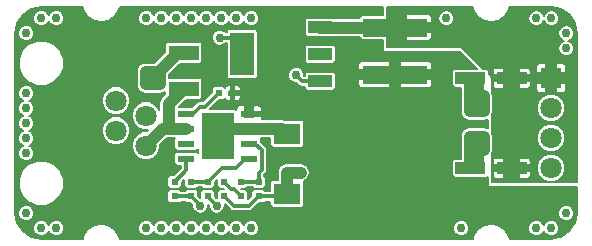
<source format=gtl>
G04 (created by PCBNEW (2013-mar-13)-testing) date Sat 31 Jan 2015 08:43:09 PM EST*
%MOIN*%
G04 Gerber Fmt 3.4, Leading zero omitted, Abs format*
%FSLAX34Y34*%
G01*
G70*
G90*
G04 APERTURE LIST*
%ADD10C,0.005906*%
%ADD11R,0.080000X0.144000*%
%ADD12R,0.080000X0.040000*%
%ADD13C,0.070866*%
%ADD14R,0.350000X0.420000*%
%ADD15R,0.090000X0.070000*%
%ADD16R,0.070866X0.070866*%
%ADD17R,0.216535X0.059055*%
%ADD18R,0.100000X0.050000*%
%ADD19R,0.021654X0.023622*%
%ADD20R,0.023622X0.021654*%
%ADD21R,0.055100X0.023600*%
%ADD22R,0.110200X0.157500*%
%ADD23R,0.098425X0.039370*%
%ADD24C,0.030000*%
%ADD25C,0.039370*%
%ADD26C,0.012000*%
%ADD27C,0.007992*%
%ADD28C,0.006000*%
G04 APERTURE END LIST*
G54D10*
G54D11*
X51700Y-43700D03*
G54D12*
X54300Y-43700D03*
X54300Y-42800D03*
X54300Y-44600D03*
G54D13*
X47500Y-45250D03*
X48500Y-45750D03*
X47500Y-46250D03*
X48500Y-46750D03*
G54D14*
X56650Y-47350D03*
G54D15*
X53200Y-46350D03*
X53200Y-48350D03*
G54D16*
X62000Y-44500D03*
G54D13*
X62000Y-45500D03*
X62000Y-46500D03*
X62000Y-47500D03*
G54D17*
X56800Y-44387D03*
X56800Y-42812D03*
G54D18*
X49750Y-44850D03*
X49750Y-43650D03*
G54D19*
X50913Y-45000D03*
X51386Y-45000D03*
G54D20*
X51100Y-47963D03*
X51100Y-48436D03*
X52250Y-47963D03*
X52250Y-48436D03*
X49450Y-47963D03*
X49450Y-48436D03*
X51650Y-47963D03*
X51650Y-48436D03*
X50550Y-48436D03*
X50550Y-47963D03*
X50000Y-47963D03*
X50000Y-48436D03*
G54D21*
X51937Y-45687D03*
X49837Y-45687D03*
X51937Y-46187D03*
X51937Y-46687D03*
X51937Y-47187D03*
X49837Y-46187D03*
X49837Y-46687D03*
X49837Y-47187D03*
G54D22*
X50887Y-46437D03*
G54D23*
X60688Y-47500D03*
X59311Y-47500D03*
X60688Y-44500D03*
X59311Y-44500D03*
G54D24*
X50950Y-43150D03*
X61500Y-49500D03*
X62500Y-49000D03*
X62000Y-49500D03*
X59000Y-49500D03*
X62500Y-43000D03*
X61500Y-42500D03*
X62000Y-42500D03*
X62500Y-43500D03*
X58500Y-42500D03*
X51500Y-42500D03*
X50500Y-42500D03*
X49500Y-42500D03*
X48500Y-42500D03*
X49000Y-42500D03*
X50000Y-42500D03*
X51000Y-42500D03*
X52000Y-42500D03*
X52000Y-49500D03*
X51000Y-49500D03*
X50000Y-49500D03*
X49000Y-49500D03*
X48500Y-49500D03*
X49500Y-49500D03*
X50500Y-49500D03*
X51500Y-49500D03*
X45000Y-49500D03*
X44500Y-46500D03*
X44500Y-45500D03*
X44500Y-45000D03*
X44500Y-46000D03*
X44500Y-47000D03*
X45500Y-49500D03*
X44500Y-49000D03*
X45500Y-42500D03*
X45000Y-42500D03*
X44500Y-43000D03*
X59300Y-45100D03*
X59750Y-45100D03*
X59300Y-45600D03*
X59750Y-45600D03*
X53500Y-44400D03*
X48950Y-44250D03*
X48950Y-44700D03*
X48500Y-44700D03*
X48500Y-44300D03*
X50300Y-48750D03*
X53650Y-47650D03*
X53200Y-47650D03*
X51150Y-47050D03*
X59300Y-46450D03*
X59750Y-46900D03*
X59750Y-46450D03*
X59300Y-46900D03*
X51150Y-46650D03*
X51150Y-46250D03*
X51150Y-45850D03*
X50850Y-48750D03*
G54D25*
X49750Y-44850D02*
X49250Y-45350D01*
X49250Y-45350D02*
X49250Y-46187D01*
X49837Y-46187D02*
X49250Y-46187D01*
X49250Y-46187D02*
X49062Y-46187D01*
X49062Y-46187D02*
X48500Y-46750D01*
G54D26*
X51700Y-43550D02*
X51300Y-43150D01*
X51300Y-43150D02*
X50950Y-43150D01*
X51700Y-43700D02*
X51700Y-43550D01*
G54D25*
X59300Y-45100D02*
X59750Y-45100D01*
X59750Y-45100D02*
X59550Y-45100D01*
X59750Y-45600D02*
X59300Y-45600D01*
X59750Y-45600D02*
X59750Y-45100D01*
X59300Y-45550D02*
X59300Y-45600D01*
G54D26*
X53700Y-44600D02*
X53500Y-44400D01*
X53700Y-44600D02*
X54300Y-44600D01*
G54D25*
X48950Y-44250D02*
X48700Y-44500D01*
X48500Y-44700D02*
X48950Y-44700D01*
X48900Y-44300D02*
X48500Y-44300D01*
X48950Y-44250D02*
X48900Y-44300D01*
X48500Y-44300D02*
X48500Y-44700D01*
X48950Y-44700D02*
X48950Y-44250D01*
X49550Y-43650D02*
X48950Y-44250D01*
X49750Y-43650D02*
X49550Y-43650D01*
G54D26*
X50000Y-48436D02*
X50300Y-48736D01*
X50300Y-48736D02*
X50300Y-48750D01*
X49450Y-48436D02*
X50000Y-48436D01*
X52250Y-48436D02*
X53113Y-48436D01*
X53113Y-48436D02*
X53200Y-48350D01*
G54D25*
X53650Y-47650D02*
X53200Y-47650D01*
X53200Y-47650D02*
X53200Y-48350D01*
G54D26*
X51100Y-48436D02*
X51413Y-48750D01*
X51936Y-48750D02*
X52250Y-48436D01*
X51413Y-48750D02*
X51936Y-48750D01*
G54D25*
X59311Y-44500D02*
X59550Y-44738D01*
X59550Y-44738D02*
X59550Y-45100D01*
X59311Y-47500D02*
X59550Y-47261D01*
X59550Y-47261D02*
X59550Y-46900D01*
X59550Y-46900D02*
X59550Y-46950D01*
X59550Y-46950D02*
X59550Y-46900D01*
X59300Y-46450D02*
X59500Y-46650D01*
X59750Y-46450D02*
X59750Y-46900D01*
X59750Y-46900D02*
X59550Y-46900D01*
X59300Y-46450D02*
X59750Y-46450D01*
X59500Y-46650D02*
X59550Y-46650D01*
X59311Y-47500D02*
X59300Y-47488D01*
X59300Y-47488D02*
X59300Y-46900D01*
X59550Y-46900D02*
X59300Y-46900D01*
X59300Y-46900D02*
X59300Y-46450D01*
X59300Y-45550D02*
X59500Y-45350D01*
X59550Y-45100D02*
X59300Y-45100D01*
X59300Y-45100D02*
X59300Y-45550D01*
X59311Y-45088D02*
X59300Y-45100D01*
X59311Y-44500D02*
X59311Y-45088D01*
X51937Y-46187D02*
X51137Y-46187D01*
X51137Y-46187D02*
X50887Y-46437D01*
G54D26*
X51025Y-46250D02*
X51150Y-46250D01*
G54D25*
X53200Y-46350D02*
X53037Y-46187D01*
X53037Y-46187D02*
X51937Y-46187D01*
G54D26*
X51100Y-47963D02*
X51336Y-48200D01*
X51413Y-48200D02*
X51650Y-48436D01*
X51336Y-48200D02*
X51413Y-48200D01*
X51937Y-47187D02*
X51812Y-47187D01*
X51013Y-47500D02*
X50550Y-47963D01*
X51500Y-47500D02*
X51013Y-47500D01*
X51812Y-47187D02*
X51500Y-47500D01*
X50000Y-47963D02*
X50550Y-47963D01*
X49837Y-47187D02*
X49837Y-47576D01*
X49837Y-47576D02*
X49450Y-47963D01*
X49837Y-45687D02*
X50062Y-45687D01*
X50463Y-45450D02*
X50913Y-45000D01*
X50300Y-45450D02*
X50463Y-45450D01*
X50062Y-45687D02*
X50300Y-45450D01*
X51937Y-46687D02*
X52137Y-46687D01*
X52250Y-47650D02*
X52250Y-47963D01*
X52350Y-47550D02*
X52250Y-47650D01*
X52350Y-46900D02*
X52350Y-47550D01*
X52137Y-46687D02*
X52350Y-46900D01*
X51650Y-47963D02*
X52250Y-47963D01*
X50550Y-48450D02*
X50550Y-48436D01*
X50850Y-48750D02*
X50550Y-48450D01*
G54D25*
X54300Y-42800D02*
X54312Y-42812D01*
X54312Y-42812D02*
X56800Y-42812D01*
G54D10*
G36*
X62860Y-48986D02*
X62792Y-49328D01*
X62769Y-49361D01*
X62769Y-48946D01*
X62728Y-48847D01*
X62653Y-48771D01*
X62553Y-48730D01*
X62446Y-48730D01*
X62347Y-48771D01*
X62271Y-48846D01*
X62230Y-48946D01*
X62230Y-49053D01*
X62271Y-49152D01*
X62346Y-49228D01*
X62446Y-49269D01*
X62553Y-49269D01*
X62652Y-49228D01*
X62728Y-49153D01*
X62769Y-49053D01*
X62769Y-48946D01*
X62769Y-49361D01*
X62606Y-49606D01*
X62328Y-49792D01*
X62269Y-49804D01*
X62269Y-49446D01*
X62228Y-49347D01*
X62153Y-49271D01*
X62053Y-49230D01*
X61946Y-49230D01*
X61847Y-49271D01*
X61771Y-49346D01*
X61749Y-49398D01*
X61728Y-49347D01*
X61653Y-49271D01*
X61553Y-49230D01*
X61446Y-49230D01*
X61347Y-49271D01*
X61271Y-49346D01*
X61230Y-49446D01*
X61230Y-49553D01*
X61271Y-49652D01*
X61346Y-49728D01*
X61446Y-49769D01*
X61553Y-49769D01*
X61652Y-49728D01*
X61728Y-49653D01*
X61750Y-49601D01*
X61771Y-49652D01*
X61846Y-49728D01*
X61946Y-49769D01*
X62053Y-49769D01*
X62152Y-49728D01*
X62228Y-49653D01*
X62269Y-49553D01*
X62269Y-49446D01*
X62269Y-49804D01*
X61986Y-49860D01*
X60614Y-49860D01*
X60598Y-49781D01*
X60577Y-49731D01*
X60577Y-49731D01*
X60469Y-49568D01*
X60469Y-49568D01*
X60431Y-49530D01*
X60431Y-49530D01*
X60268Y-49422D01*
X60218Y-49401D01*
X60027Y-49363D01*
X60027Y-49363D01*
X59972Y-49363D01*
X59972Y-49363D01*
X59781Y-49401D01*
X59731Y-49422D01*
X59568Y-49530D01*
X59568Y-49530D01*
X59530Y-49568D01*
X59530Y-49568D01*
X59422Y-49731D01*
X59401Y-49781D01*
X59385Y-49860D01*
X59269Y-49860D01*
X59269Y-49446D01*
X59228Y-49347D01*
X59153Y-49271D01*
X59053Y-49230D01*
X58946Y-49230D01*
X58847Y-49271D01*
X58771Y-49346D01*
X58730Y-49446D01*
X58730Y-49553D01*
X58771Y-49652D01*
X58846Y-49728D01*
X58946Y-49769D01*
X59053Y-49769D01*
X59152Y-49728D01*
X59228Y-49653D01*
X59269Y-49553D01*
X59269Y-49446D01*
X59269Y-49860D01*
X58042Y-49860D01*
X58042Y-44714D01*
X58042Y-44650D01*
X58042Y-44575D01*
X58042Y-44199D01*
X58042Y-44123D01*
X58042Y-44060D01*
X58018Y-44001D01*
X57973Y-43956D01*
X57914Y-43932D01*
X56996Y-43932D01*
X56956Y-43972D01*
X56956Y-44239D01*
X58002Y-44239D01*
X58042Y-44199D01*
X58042Y-44575D01*
X58002Y-44535D01*
X56956Y-44535D01*
X56956Y-44802D01*
X56996Y-44842D01*
X57914Y-44842D01*
X57973Y-44818D01*
X58018Y-44773D01*
X58042Y-44714D01*
X58042Y-49860D01*
X56643Y-49860D01*
X56643Y-44802D01*
X56643Y-44535D01*
X56643Y-44239D01*
X56643Y-43972D01*
X56603Y-43932D01*
X55685Y-43932D01*
X55626Y-43956D01*
X55581Y-44001D01*
X55557Y-44060D01*
X55557Y-44123D01*
X55557Y-44199D01*
X55597Y-44239D01*
X56643Y-44239D01*
X56643Y-44535D01*
X55597Y-44535D01*
X55557Y-44575D01*
X55557Y-44650D01*
X55557Y-44714D01*
X55581Y-44773D01*
X55626Y-44818D01*
X55685Y-44842D01*
X56603Y-44842D01*
X56643Y-44802D01*
X56643Y-49860D01*
X54819Y-49860D01*
X54819Y-44823D01*
X54819Y-44776D01*
X54819Y-44376D01*
X54819Y-43923D01*
X54819Y-43876D01*
X54819Y-43476D01*
X54801Y-43432D01*
X54767Y-43398D01*
X54723Y-43380D01*
X54676Y-43380D01*
X53876Y-43380D01*
X53832Y-43398D01*
X53798Y-43432D01*
X53780Y-43476D01*
X53780Y-43523D01*
X53780Y-43923D01*
X53798Y-43967D01*
X53832Y-44001D01*
X53876Y-44019D01*
X53923Y-44019D01*
X54723Y-44019D01*
X54767Y-44001D01*
X54801Y-43967D01*
X54819Y-43923D01*
X54819Y-44376D01*
X54801Y-44332D01*
X54767Y-44298D01*
X54723Y-44280D01*
X54676Y-44280D01*
X53876Y-44280D01*
X53832Y-44298D01*
X53798Y-44332D01*
X53780Y-44376D01*
X53780Y-44420D01*
X53774Y-44420D01*
X53769Y-44415D01*
X53769Y-44346D01*
X53728Y-44247D01*
X53653Y-44171D01*
X53553Y-44130D01*
X53446Y-44130D01*
X53347Y-44171D01*
X53271Y-44246D01*
X53230Y-44346D01*
X53230Y-44453D01*
X53271Y-44552D01*
X53346Y-44628D01*
X53446Y-44669D01*
X53515Y-44669D01*
X53572Y-44727D01*
X53631Y-44766D01*
X53631Y-44766D01*
X53700Y-44779D01*
X53780Y-44779D01*
X53780Y-44823D01*
X53798Y-44867D01*
X53832Y-44901D01*
X53876Y-44919D01*
X53923Y-44919D01*
X54723Y-44919D01*
X54767Y-44901D01*
X54801Y-44867D01*
X54819Y-44823D01*
X54819Y-49860D01*
X53966Y-49860D01*
X53966Y-47650D01*
X53942Y-47528D01*
X53873Y-47426D01*
X53771Y-47357D01*
X53650Y-47333D01*
X53200Y-47333D01*
X53078Y-47357D01*
X52976Y-47426D01*
X52907Y-47528D01*
X52883Y-47650D01*
X52883Y-47880D01*
X52726Y-47880D01*
X52682Y-47898D01*
X52648Y-47932D01*
X52630Y-47976D01*
X52630Y-48023D01*
X52630Y-48256D01*
X52466Y-48256D01*
X52436Y-48226D01*
X52391Y-48208D01*
X52344Y-48208D01*
X52108Y-48208D01*
X52063Y-48226D01*
X52030Y-48260D01*
X52012Y-48304D01*
X52012Y-48351D01*
X52012Y-48419D01*
X51887Y-48543D01*
X51887Y-48520D01*
X51887Y-48304D01*
X51869Y-48260D01*
X51836Y-48226D01*
X51791Y-48208D01*
X51744Y-48208D01*
X51676Y-48208D01*
X51660Y-48191D01*
X51791Y-48191D01*
X51836Y-48173D01*
X51866Y-48143D01*
X52033Y-48143D01*
X52063Y-48173D01*
X52108Y-48191D01*
X52155Y-48191D01*
X52391Y-48191D01*
X52436Y-48173D01*
X52469Y-48139D01*
X52487Y-48095D01*
X52487Y-48048D01*
X52487Y-47831D01*
X52469Y-47787D01*
X52436Y-47753D01*
X52429Y-47751D01*
X52429Y-47724D01*
X52477Y-47677D01*
X52516Y-47618D01*
X52516Y-47618D01*
X52529Y-47550D01*
X52529Y-46900D01*
X52516Y-46831D01*
X52477Y-46772D01*
X52332Y-46628D01*
X52332Y-46545D01*
X52315Y-46504D01*
X52630Y-46504D01*
X52630Y-46723D01*
X52648Y-46767D01*
X52682Y-46801D01*
X52726Y-46819D01*
X52773Y-46819D01*
X53673Y-46819D01*
X53717Y-46801D01*
X53751Y-46767D01*
X53769Y-46723D01*
X53769Y-46676D01*
X53769Y-45976D01*
X53751Y-45932D01*
X53717Y-45898D01*
X53673Y-45880D01*
X53626Y-45880D01*
X53083Y-45880D01*
X53037Y-45871D01*
X52359Y-45871D01*
X52372Y-45837D01*
X52372Y-45786D01*
X52372Y-45588D01*
X52372Y-45537D01*
X52348Y-45479D01*
X52303Y-45434D01*
X52269Y-45420D01*
X52269Y-42446D01*
X52228Y-42347D01*
X52153Y-42271D01*
X52053Y-42230D01*
X51946Y-42230D01*
X51847Y-42271D01*
X51771Y-42346D01*
X51749Y-42398D01*
X51728Y-42347D01*
X51653Y-42271D01*
X51553Y-42230D01*
X51446Y-42230D01*
X51347Y-42271D01*
X51271Y-42346D01*
X51249Y-42398D01*
X51228Y-42347D01*
X51153Y-42271D01*
X51053Y-42230D01*
X50946Y-42230D01*
X50847Y-42271D01*
X50771Y-42346D01*
X50749Y-42398D01*
X50728Y-42347D01*
X50653Y-42271D01*
X50553Y-42230D01*
X50446Y-42230D01*
X50347Y-42271D01*
X50271Y-42346D01*
X50249Y-42398D01*
X50228Y-42347D01*
X50153Y-42271D01*
X50053Y-42230D01*
X49946Y-42230D01*
X49847Y-42271D01*
X49771Y-42346D01*
X49749Y-42398D01*
X49728Y-42347D01*
X49653Y-42271D01*
X49553Y-42230D01*
X49446Y-42230D01*
X49347Y-42271D01*
X49271Y-42346D01*
X49249Y-42398D01*
X49228Y-42347D01*
X49153Y-42271D01*
X49053Y-42230D01*
X48946Y-42230D01*
X48847Y-42271D01*
X48771Y-42346D01*
X48749Y-42398D01*
X48728Y-42347D01*
X48653Y-42271D01*
X48553Y-42230D01*
X48446Y-42230D01*
X48347Y-42271D01*
X48271Y-42346D01*
X48230Y-42446D01*
X48230Y-42553D01*
X48271Y-42652D01*
X48346Y-42728D01*
X48446Y-42769D01*
X48553Y-42769D01*
X48652Y-42728D01*
X48728Y-42653D01*
X48750Y-42601D01*
X48771Y-42652D01*
X48846Y-42728D01*
X48946Y-42769D01*
X49053Y-42769D01*
X49152Y-42728D01*
X49228Y-42653D01*
X49250Y-42601D01*
X49271Y-42652D01*
X49346Y-42728D01*
X49446Y-42769D01*
X49553Y-42769D01*
X49652Y-42728D01*
X49728Y-42653D01*
X49750Y-42601D01*
X49771Y-42652D01*
X49846Y-42728D01*
X49946Y-42769D01*
X50053Y-42769D01*
X50152Y-42728D01*
X50228Y-42653D01*
X50250Y-42601D01*
X50271Y-42652D01*
X50346Y-42728D01*
X50446Y-42769D01*
X50553Y-42769D01*
X50652Y-42728D01*
X50728Y-42653D01*
X50750Y-42601D01*
X50771Y-42652D01*
X50846Y-42728D01*
X50946Y-42769D01*
X51053Y-42769D01*
X51152Y-42728D01*
X51228Y-42653D01*
X51250Y-42601D01*
X51271Y-42652D01*
X51346Y-42728D01*
X51446Y-42769D01*
X51553Y-42769D01*
X51652Y-42728D01*
X51728Y-42653D01*
X51750Y-42601D01*
X51771Y-42652D01*
X51846Y-42728D01*
X51946Y-42769D01*
X52053Y-42769D01*
X52152Y-42728D01*
X52228Y-42653D01*
X52269Y-42553D01*
X52269Y-42446D01*
X52269Y-45420D01*
X52244Y-45409D01*
X52219Y-45409D01*
X52219Y-44443D01*
X52219Y-44396D01*
X52219Y-42956D01*
X52201Y-42912D01*
X52167Y-42878D01*
X52123Y-42860D01*
X52076Y-42860D01*
X51276Y-42860D01*
X51232Y-42878D01*
X51198Y-42912D01*
X51180Y-42956D01*
X51180Y-42970D01*
X51151Y-42970D01*
X51103Y-42921D01*
X51003Y-42880D01*
X50896Y-42880D01*
X50797Y-42921D01*
X50721Y-42996D01*
X50680Y-43096D01*
X50680Y-43203D01*
X50721Y-43302D01*
X50796Y-43378D01*
X50896Y-43419D01*
X51003Y-43419D01*
X51102Y-43378D01*
X51151Y-43329D01*
X51180Y-43329D01*
X51180Y-44443D01*
X51198Y-44487D01*
X51232Y-44521D01*
X51276Y-44539D01*
X51323Y-44539D01*
X52123Y-44539D01*
X52167Y-44521D01*
X52201Y-44487D01*
X52219Y-44443D01*
X52219Y-45409D01*
X52181Y-45409D01*
X52115Y-45409D01*
X52075Y-45449D01*
X52075Y-45628D01*
X52332Y-45628D01*
X52372Y-45588D01*
X52372Y-45786D01*
X52332Y-45746D01*
X52075Y-45746D01*
X52075Y-45805D01*
X51799Y-45805D01*
X51799Y-45746D01*
X51772Y-45746D01*
X51772Y-45628D01*
X51799Y-45628D01*
X51799Y-45449D01*
X51759Y-45409D01*
X51693Y-45409D01*
X51654Y-45409D01*
X51654Y-45149D01*
X51654Y-45099D01*
X51654Y-44900D01*
X51654Y-44850D01*
X51630Y-44791D01*
X51585Y-44746D01*
X51526Y-44721D01*
X51480Y-44721D01*
X51440Y-44761D01*
X51440Y-44940D01*
X51614Y-44940D01*
X51654Y-44900D01*
X51654Y-45099D01*
X51614Y-45059D01*
X51440Y-45059D01*
X51440Y-45238D01*
X51480Y-45278D01*
X51526Y-45278D01*
X51585Y-45253D01*
X51630Y-45208D01*
X51654Y-45149D01*
X51654Y-45409D01*
X51630Y-45409D01*
X51571Y-45434D01*
X51526Y-45479D01*
X51504Y-45530D01*
X51501Y-45530D01*
X51501Y-45537D01*
X51501Y-45546D01*
X51462Y-45530D01*
X51414Y-45530D01*
X50637Y-45530D01*
X50930Y-45237D01*
X51045Y-45237D01*
X51089Y-45219D01*
X51123Y-45186D01*
X51128Y-45174D01*
X51142Y-45208D01*
X51187Y-45253D01*
X51246Y-45278D01*
X51292Y-45278D01*
X51332Y-45238D01*
X51332Y-45059D01*
X51277Y-45059D01*
X51277Y-44940D01*
X51332Y-44940D01*
X51332Y-44761D01*
X51292Y-44721D01*
X51246Y-44721D01*
X51187Y-44746D01*
X51142Y-44791D01*
X51128Y-44825D01*
X51123Y-44813D01*
X51089Y-44780D01*
X51045Y-44762D01*
X50998Y-44762D01*
X50781Y-44762D01*
X50737Y-44780D01*
X50703Y-44813D01*
X50685Y-44858D01*
X50685Y-44905D01*
X50685Y-44973D01*
X50389Y-45270D01*
X50300Y-45270D01*
X50231Y-45283D01*
X50172Y-45322D01*
X50045Y-45449D01*
X49598Y-45449D01*
X49828Y-45219D01*
X50273Y-45219D01*
X50317Y-45201D01*
X50351Y-45167D01*
X50369Y-45123D01*
X50369Y-45076D01*
X50369Y-44576D01*
X50351Y-44532D01*
X50317Y-44498D01*
X50273Y-44480D01*
X50226Y-44480D01*
X49266Y-44480D01*
X49266Y-44381D01*
X49628Y-44019D01*
X50273Y-44019D01*
X50317Y-44001D01*
X50351Y-43967D01*
X50369Y-43923D01*
X50369Y-43876D01*
X50369Y-43376D01*
X50351Y-43332D01*
X50317Y-43298D01*
X50273Y-43280D01*
X50226Y-43280D01*
X49226Y-43280D01*
X49182Y-43298D01*
X49148Y-43332D01*
X49130Y-43376D01*
X49130Y-43423D01*
X49130Y-43621D01*
X48768Y-43983D01*
X48500Y-43983D01*
X48378Y-44007D01*
X48276Y-44076D01*
X48207Y-44178D01*
X48183Y-44300D01*
X48183Y-44700D01*
X48207Y-44821D01*
X48276Y-44923D01*
X48378Y-44992D01*
X48500Y-45016D01*
X48950Y-45016D01*
X49071Y-44992D01*
X49130Y-44953D01*
X49130Y-45021D01*
X49026Y-45126D01*
X48957Y-45228D01*
X48933Y-45350D01*
X48933Y-45556D01*
X48902Y-45481D01*
X48768Y-45348D01*
X48594Y-45275D01*
X48406Y-45275D01*
X48231Y-45347D01*
X48098Y-45481D01*
X48025Y-45655D01*
X48025Y-45843D01*
X48097Y-46018D01*
X48231Y-46151D01*
X48405Y-46224D01*
X48577Y-46224D01*
X48526Y-46275D01*
X48406Y-46275D01*
X48231Y-46347D01*
X48098Y-46481D01*
X48025Y-46655D01*
X48025Y-46843D01*
X48097Y-47018D01*
X48231Y-47151D01*
X48405Y-47224D01*
X48593Y-47224D01*
X48768Y-47152D01*
X48901Y-47018D01*
X48974Y-46844D01*
X48974Y-46723D01*
X49193Y-46504D01*
X49250Y-46504D01*
X49459Y-46504D01*
X49442Y-46545D01*
X49442Y-46593D01*
X49442Y-46829D01*
X49460Y-46873D01*
X49493Y-46907D01*
X49538Y-46925D01*
X49585Y-46925D01*
X50136Y-46925D01*
X50180Y-46907D01*
X50214Y-46873D01*
X50216Y-46868D01*
X50216Y-47006D01*
X50214Y-47001D01*
X50180Y-46968D01*
X50136Y-46949D01*
X50089Y-46949D01*
X49538Y-46949D01*
X49493Y-46968D01*
X49460Y-47001D01*
X49442Y-47045D01*
X49442Y-47093D01*
X49442Y-47329D01*
X49460Y-47373D01*
X49493Y-47407D01*
X49538Y-47425D01*
X49585Y-47425D01*
X49657Y-47425D01*
X49657Y-47501D01*
X49423Y-47735D01*
X49308Y-47735D01*
X49263Y-47753D01*
X49230Y-47787D01*
X49212Y-47831D01*
X49212Y-47879D01*
X49212Y-48095D01*
X49230Y-48139D01*
X49263Y-48173D01*
X49308Y-48191D01*
X49355Y-48191D01*
X49591Y-48191D01*
X49636Y-48173D01*
X49669Y-48139D01*
X49687Y-48095D01*
X49687Y-48048D01*
X49687Y-47980D01*
X49762Y-47906D01*
X49762Y-48095D01*
X49780Y-48139D01*
X49813Y-48173D01*
X49858Y-48191D01*
X49905Y-48191D01*
X50141Y-48191D01*
X50186Y-48173D01*
X50216Y-48143D01*
X50333Y-48143D01*
X50363Y-48173D01*
X50408Y-48191D01*
X50455Y-48191D01*
X50691Y-48191D01*
X50736Y-48173D01*
X50769Y-48139D01*
X50787Y-48095D01*
X50787Y-48048D01*
X50787Y-47980D01*
X50862Y-47906D01*
X50862Y-48095D01*
X50880Y-48139D01*
X50913Y-48173D01*
X50958Y-48191D01*
X51005Y-48191D01*
X51073Y-48191D01*
X51089Y-48208D01*
X50958Y-48208D01*
X50913Y-48226D01*
X50880Y-48260D01*
X50862Y-48304D01*
X50862Y-48351D01*
X50862Y-48480D01*
X50834Y-48480D01*
X50787Y-48433D01*
X50787Y-48304D01*
X50769Y-48260D01*
X50736Y-48226D01*
X50691Y-48208D01*
X50644Y-48208D01*
X50408Y-48208D01*
X50363Y-48226D01*
X50330Y-48260D01*
X50312Y-48304D01*
X50312Y-48351D01*
X50312Y-48480D01*
X50298Y-48480D01*
X50237Y-48419D01*
X50237Y-48304D01*
X50219Y-48260D01*
X50186Y-48226D01*
X50141Y-48208D01*
X50094Y-48208D01*
X49858Y-48208D01*
X49813Y-48226D01*
X49783Y-48256D01*
X49666Y-48256D01*
X49636Y-48226D01*
X49591Y-48208D01*
X49544Y-48208D01*
X49308Y-48208D01*
X49263Y-48226D01*
X49230Y-48260D01*
X49212Y-48304D01*
X49212Y-48351D01*
X49212Y-48568D01*
X49230Y-48612D01*
X49263Y-48646D01*
X49308Y-48664D01*
X49355Y-48664D01*
X49591Y-48664D01*
X49636Y-48646D01*
X49666Y-48616D01*
X49783Y-48616D01*
X49813Y-48646D01*
X49858Y-48664D01*
X49905Y-48664D01*
X49973Y-48664D01*
X50030Y-48720D01*
X50030Y-48803D01*
X50071Y-48902D01*
X50146Y-48978D01*
X50246Y-49019D01*
X50353Y-49019D01*
X50452Y-48978D01*
X50528Y-48903D01*
X50569Y-48803D01*
X50569Y-48724D01*
X50580Y-48734D01*
X50580Y-48803D01*
X50621Y-48902D01*
X50696Y-48978D01*
X50796Y-49019D01*
X50903Y-49019D01*
X51002Y-48978D01*
X51078Y-48903D01*
X51119Y-48803D01*
X51119Y-48710D01*
X51286Y-48877D01*
X51344Y-48916D01*
X51344Y-48916D01*
X51413Y-48929D01*
X51936Y-48929D01*
X52005Y-48916D01*
X52063Y-48877D01*
X52276Y-48664D01*
X52391Y-48664D01*
X52436Y-48646D01*
X52466Y-48616D01*
X52630Y-48616D01*
X52630Y-48723D01*
X52648Y-48767D01*
X52682Y-48801D01*
X52726Y-48819D01*
X52773Y-48819D01*
X53673Y-48819D01*
X53717Y-48801D01*
X53751Y-48767D01*
X53769Y-48723D01*
X53769Y-48676D01*
X53769Y-47976D01*
X53757Y-47945D01*
X53771Y-47942D01*
X53873Y-47873D01*
X53942Y-47771D01*
X53966Y-47650D01*
X53966Y-49860D01*
X52269Y-49860D01*
X52269Y-49446D01*
X52228Y-49347D01*
X52153Y-49271D01*
X52053Y-49230D01*
X51946Y-49230D01*
X51847Y-49271D01*
X51771Y-49346D01*
X51749Y-49398D01*
X51728Y-49347D01*
X51653Y-49271D01*
X51553Y-49230D01*
X51446Y-49230D01*
X51347Y-49271D01*
X51271Y-49346D01*
X51249Y-49398D01*
X51228Y-49347D01*
X51153Y-49271D01*
X51053Y-49230D01*
X50946Y-49230D01*
X50847Y-49271D01*
X50771Y-49346D01*
X50749Y-49398D01*
X50728Y-49347D01*
X50653Y-49271D01*
X50553Y-49230D01*
X50446Y-49230D01*
X50347Y-49271D01*
X50271Y-49346D01*
X50249Y-49398D01*
X50228Y-49347D01*
X50153Y-49271D01*
X50053Y-49230D01*
X49946Y-49230D01*
X49847Y-49271D01*
X49771Y-49346D01*
X49749Y-49398D01*
X49728Y-49347D01*
X49653Y-49271D01*
X49553Y-49230D01*
X49446Y-49230D01*
X49347Y-49271D01*
X49271Y-49346D01*
X49249Y-49398D01*
X49228Y-49347D01*
X49153Y-49271D01*
X49053Y-49230D01*
X48946Y-49230D01*
X48847Y-49271D01*
X48771Y-49346D01*
X48749Y-49398D01*
X48728Y-49347D01*
X48653Y-49271D01*
X48553Y-49230D01*
X48446Y-49230D01*
X48347Y-49271D01*
X48271Y-49346D01*
X48230Y-49446D01*
X48230Y-49553D01*
X48271Y-49652D01*
X48346Y-49728D01*
X48446Y-49769D01*
X48553Y-49769D01*
X48652Y-49728D01*
X48728Y-49653D01*
X48750Y-49601D01*
X48771Y-49652D01*
X48846Y-49728D01*
X48946Y-49769D01*
X49053Y-49769D01*
X49152Y-49728D01*
X49228Y-49653D01*
X49250Y-49601D01*
X49271Y-49652D01*
X49346Y-49728D01*
X49446Y-49769D01*
X49553Y-49769D01*
X49652Y-49728D01*
X49728Y-49653D01*
X49750Y-49601D01*
X49771Y-49652D01*
X49846Y-49728D01*
X49946Y-49769D01*
X50053Y-49769D01*
X50152Y-49728D01*
X50228Y-49653D01*
X50250Y-49601D01*
X50271Y-49652D01*
X50346Y-49728D01*
X50446Y-49769D01*
X50553Y-49769D01*
X50652Y-49728D01*
X50728Y-49653D01*
X50750Y-49601D01*
X50771Y-49652D01*
X50846Y-49728D01*
X50946Y-49769D01*
X51053Y-49769D01*
X51152Y-49728D01*
X51228Y-49653D01*
X51250Y-49601D01*
X51271Y-49652D01*
X51346Y-49728D01*
X51446Y-49769D01*
X51553Y-49769D01*
X51652Y-49728D01*
X51728Y-49653D01*
X51750Y-49601D01*
X51771Y-49652D01*
X51846Y-49728D01*
X51946Y-49769D01*
X52053Y-49769D01*
X52152Y-49728D01*
X52228Y-49653D01*
X52269Y-49553D01*
X52269Y-49446D01*
X52269Y-49860D01*
X47974Y-49860D01*
X47974Y-46156D01*
X47974Y-45156D01*
X47902Y-44981D01*
X47768Y-44848D01*
X47594Y-44775D01*
X47406Y-44775D01*
X47231Y-44847D01*
X47098Y-44981D01*
X47025Y-45155D01*
X47025Y-45343D01*
X47097Y-45518D01*
X47231Y-45651D01*
X47405Y-45724D01*
X47593Y-45724D01*
X47768Y-45652D01*
X47901Y-45518D01*
X47974Y-45344D01*
X47974Y-45156D01*
X47974Y-46156D01*
X47902Y-45981D01*
X47768Y-45848D01*
X47594Y-45775D01*
X47406Y-45775D01*
X47231Y-45847D01*
X47098Y-45981D01*
X47025Y-46155D01*
X47025Y-46343D01*
X47097Y-46518D01*
X47231Y-46651D01*
X47405Y-46724D01*
X47593Y-46724D01*
X47768Y-46652D01*
X47901Y-46518D01*
X47974Y-46344D01*
X47974Y-46156D01*
X47974Y-49860D01*
X47614Y-49860D01*
X47598Y-49781D01*
X47577Y-49731D01*
X47577Y-49731D01*
X47469Y-49568D01*
X47469Y-49568D01*
X47431Y-49530D01*
X47431Y-49530D01*
X47268Y-49422D01*
X47218Y-49401D01*
X47027Y-49363D01*
X47027Y-49363D01*
X46972Y-49363D01*
X46972Y-49363D01*
X46781Y-49401D01*
X46731Y-49422D01*
X46568Y-49530D01*
X46568Y-49530D01*
X46530Y-49568D01*
X46530Y-49568D01*
X46422Y-49731D01*
X46401Y-49781D01*
X46385Y-49860D01*
X45769Y-49860D01*
X45769Y-49446D01*
X45769Y-42446D01*
X45728Y-42347D01*
X45653Y-42271D01*
X45553Y-42230D01*
X45446Y-42230D01*
X45347Y-42271D01*
X45271Y-42346D01*
X45249Y-42398D01*
X45228Y-42347D01*
X45153Y-42271D01*
X45053Y-42230D01*
X44946Y-42230D01*
X44847Y-42271D01*
X44771Y-42346D01*
X44730Y-42446D01*
X44730Y-42553D01*
X44771Y-42652D01*
X44846Y-42728D01*
X44946Y-42769D01*
X45053Y-42769D01*
X45152Y-42728D01*
X45228Y-42653D01*
X45250Y-42601D01*
X45271Y-42652D01*
X45346Y-42728D01*
X45446Y-42769D01*
X45553Y-42769D01*
X45652Y-42728D01*
X45728Y-42653D01*
X45769Y-42553D01*
X45769Y-42446D01*
X45769Y-49446D01*
X45749Y-49398D01*
X45749Y-47851D01*
X45749Y-43851D01*
X45636Y-43575D01*
X45425Y-43364D01*
X45149Y-43250D01*
X44851Y-43250D01*
X44769Y-43283D01*
X44769Y-42946D01*
X44728Y-42847D01*
X44653Y-42771D01*
X44553Y-42730D01*
X44446Y-42730D01*
X44347Y-42771D01*
X44271Y-42846D01*
X44230Y-42946D01*
X44230Y-43053D01*
X44271Y-43152D01*
X44346Y-43228D01*
X44446Y-43269D01*
X44553Y-43269D01*
X44652Y-43228D01*
X44728Y-43153D01*
X44769Y-43053D01*
X44769Y-42946D01*
X44769Y-43283D01*
X44575Y-43363D01*
X44364Y-43574D01*
X44250Y-43850D01*
X44250Y-44148D01*
X44363Y-44424D01*
X44574Y-44635D01*
X44850Y-44749D01*
X45148Y-44749D01*
X45424Y-44636D01*
X45635Y-44425D01*
X45749Y-44149D01*
X45749Y-43851D01*
X45749Y-47851D01*
X45636Y-47575D01*
X45425Y-47364D01*
X45149Y-47250D01*
X44851Y-47250D01*
X44769Y-47283D01*
X44769Y-46946D01*
X44728Y-46847D01*
X44653Y-46771D01*
X44601Y-46749D01*
X44652Y-46728D01*
X44728Y-46653D01*
X44769Y-46553D01*
X44769Y-46446D01*
X44728Y-46347D01*
X44653Y-46271D01*
X44601Y-46249D01*
X44652Y-46228D01*
X44728Y-46153D01*
X44769Y-46053D01*
X44769Y-45946D01*
X44728Y-45847D01*
X44653Y-45771D01*
X44601Y-45749D01*
X44652Y-45728D01*
X44728Y-45653D01*
X44769Y-45553D01*
X44769Y-45446D01*
X44728Y-45347D01*
X44653Y-45271D01*
X44601Y-45249D01*
X44652Y-45228D01*
X44728Y-45153D01*
X44769Y-45053D01*
X44769Y-44946D01*
X44728Y-44847D01*
X44653Y-44771D01*
X44553Y-44730D01*
X44446Y-44730D01*
X44347Y-44771D01*
X44271Y-44846D01*
X44230Y-44946D01*
X44230Y-45053D01*
X44271Y-45152D01*
X44346Y-45228D01*
X44398Y-45250D01*
X44347Y-45271D01*
X44271Y-45346D01*
X44230Y-45446D01*
X44230Y-45553D01*
X44271Y-45652D01*
X44346Y-45728D01*
X44398Y-45750D01*
X44347Y-45771D01*
X44271Y-45846D01*
X44230Y-45946D01*
X44230Y-46053D01*
X44271Y-46152D01*
X44346Y-46228D01*
X44398Y-46250D01*
X44347Y-46271D01*
X44271Y-46346D01*
X44230Y-46446D01*
X44230Y-46553D01*
X44271Y-46652D01*
X44346Y-46728D01*
X44398Y-46750D01*
X44347Y-46771D01*
X44271Y-46846D01*
X44230Y-46946D01*
X44230Y-47053D01*
X44271Y-47152D01*
X44346Y-47228D01*
X44446Y-47269D01*
X44553Y-47269D01*
X44652Y-47228D01*
X44728Y-47153D01*
X44769Y-47053D01*
X44769Y-46946D01*
X44769Y-47283D01*
X44575Y-47363D01*
X44364Y-47574D01*
X44250Y-47850D01*
X44250Y-48148D01*
X44363Y-48424D01*
X44574Y-48635D01*
X44850Y-48749D01*
X45148Y-48749D01*
X45424Y-48636D01*
X45635Y-48425D01*
X45749Y-48149D01*
X45749Y-47851D01*
X45749Y-49398D01*
X45728Y-49347D01*
X45653Y-49271D01*
X45553Y-49230D01*
X45446Y-49230D01*
X45347Y-49271D01*
X45271Y-49346D01*
X45249Y-49398D01*
X45228Y-49347D01*
X45153Y-49271D01*
X45053Y-49230D01*
X44946Y-49230D01*
X44847Y-49271D01*
X44771Y-49346D01*
X44769Y-49350D01*
X44769Y-48946D01*
X44728Y-48847D01*
X44653Y-48771D01*
X44553Y-48730D01*
X44446Y-48730D01*
X44347Y-48771D01*
X44271Y-48846D01*
X44230Y-48946D01*
X44230Y-49053D01*
X44271Y-49152D01*
X44346Y-49228D01*
X44446Y-49269D01*
X44553Y-49269D01*
X44652Y-49228D01*
X44728Y-49153D01*
X44769Y-49053D01*
X44769Y-48946D01*
X44769Y-49350D01*
X44730Y-49446D01*
X44730Y-49553D01*
X44771Y-49652D01*
X44846Y-49728D01*
X44946Y-49769D01*
X45053Y-49769D01*
X45152Y-49728D01*
X45228Y-49653D01*
X45250Y-49601D01*
X45271Y-49652D01*
X45346Y-49728D01*
X45446Y-49769D01*
X45553Y-49769D01*
X45652Y-49728D01*
X45728Y-49653D01*
X45769Y-49553D01*
X45769Y-49446D01*
X45769Y-49860D01*
X45013Y-49860D01*
X44671Y-49792D01*
X44393Y-49606D01*
X44207Y-49328D01*
X44139Y-48986D01*
X44139Y-43013D01*
X44207Y-42671D01*
X44393Y-42393D01*
X44671Y-42207D01*
X45013Y-42139D01*
X46385Y-42139D01*
X46401Y-42218D01*
X46422Y-42268D01*
X46530Y-42431D01*
X46530Y-42431D01*
X46568Y-42469D01*
X46568Y-42469D01*
X46731Y-42577D01*
X46731Y-42577D01*
X46781Y-42598D01*
X46972Y-42636D01*
X46972Y-42636D01*
X47027Y-42636D01*
X47027Y-42636D01*
X47218Y-42598D01*
X47268Y-42577D01*
X47431Y-42469D01*
X47431Y-42469D01*
X47469Y-42431D01*
X47469Y-42431D01*
X47577Y-42268D01*
X47577Y-42268D01*
X47598Y-42218D01*
X47614Y-42139D01*
X56380Y-42139D01*
X56380Y-42397D01*
X55693Y-42397D01*
X55649Y-42415D01*
X55615Y-42449D01*
X55597Y-42493D01*
X55597Y-42495D01*
X54761Y-42495D01*
X54723Y-42480D01*
X54676Y-42480D01*
X53876Y-42480D01*
X53832Y-42498D01*
X53798Y-42532D01*
X53780Y-42576D01*
X53780Y-42623D01*
X53780Y-43023D01*
X53798Y-43067D01*
X53832Y-43101D01*
X53876Y-43119D01*
X53923Y-43119D01*
X54265Y-43119D01*
X54312Y-43129D01*
X55597Y-43129D01*
X55597Y-43131D01*
X55615Y-43175D01*
X55649Y-43209D01*
X55693Y-43227D01*
X55741Y-43227D01*
X56380Y-43227D01*
X56380Y-43619D01*
X58950Y-43619D01*
X59513Y-44183D01*
X59311Y-44183D01*
X58795Y-44183D01*
X58750Y-44201D01*
X58717Y-44235D01*
X58699Y-44279D01*
X58699Y-44326D01*
X58699Y-44720D01*
X58717Y-44764D01*
X58750Y-44798D01*
X58795Y-44816D01*
X58842Y-44816D01*
X58994Y-44816D01*
X58994Y-45044D01*
X58983Y-45100D01*
X58983Y-45550D01*
X58983Y-45600D01*
X59007Y-45721D01*
X59076Y-45823D01*
X59178Y-45892D01*
X59300Y-45916D01*
X59750Y-45916D01*
X59871Y-45892D01*
X59880Y-45886D01*
X59880Y-46163D01*
X59871Y-46157D01*
X59750Y-46133D01*
X59300Y-46133D01*
X59178Y-46157D01*
X59076Y-46226D01*
X59007Y-46328D01*
X58983Y-46450D01*
X58983Y-46900D01*
X58983Y-47183D01*
X58795Y-47183D01*
X58750Y-47201D01*
X58717Y-47235D01*
X58699Y-47279D01*
X58699Y-47326D01*
X58699Y-47720D01*
X58717Y-47764D01*
X58750Y-47798D01*
X58795Y-47816D01*
X58842Y-47816D01*
X59826Y-47816D01*
X59871Y-47798D01*
X59880Y-47789D01*
X59880Y-48119D01*
X62860Y-48119D01*
X62860Y-48986D01*
X62860Y-48986D01*
G37*
G54D27*
X62860Y-48986D02*
X62792Y-49328D01*
X62769Y-49361D01*
X62769Y-48946D01*
X62728Y-48847D01*
X62653Y-48771D01*
X62553Y-48730D01*
X62446Y-48730D01*
X62347Y-48771D01*
X62271Y-48846D01*
X62230Y-48946D01*
X62230Y-49053D01*
X62271Y-49152D01*
X62346Y-49228D01*
X62446Y-49269D01*
X62553Y-49269D01*
X62652Y-49228D01*
X62728Y-49153D01*
X62769Y-49053D01*
X62769Y-48946D01*
X62769Y-49361D01*
X62606Y-49606D01*
X62328Y-49792D01*
X62269Y-49804D01*
X62269Y-49446D01*
X62228Y-49347D01*
X62153Y-49271D01*
X62053Y-49230D01*
X61946Y-49230D01*
X61847Y-49271D01*
X61771Y-49346D01*
X61749Y-49398D01*
X61728Y-49347D01*
X61653Y-49271D01*
X61553Y-49230D01*
X61446Y-49230D01*
X61347Y-49271D01*
X61271Y-49346D01*
X61230Y-49446D01*
X61230Y-49553D01*
X61271Y-49652D01*
X61346Y-49728D01*
X61446Y-49769D01*
X61553Y-49769D01*
X61652Y-49728D01*
X61728Y-49653D01*
X61750Y-49601D01*
X61771Y-49652D01*
X61846Y-49728D01*
X61946Y-49769D01*
X62053Y-49769D01*
X62152Y-49728D01*
X62228Y-49653D01*
X62269Y-49553D01*
X62269Y-49446D01*
X62269Y-49804D01*
X61986Y-49860D01*
X60614Y-49860D01*
X60598Y-49781D01*
X60577Y-49731D01*
X60577Y-49731D01*
X60469Y-49568D01*
X60469Y-49568D01*
X60431Y-49530D01*
X60431Y-49530D01*
X60268Y-49422D01*
X60218Y-49401D01*
X60027Y-49363D01*
X60027Y-49363D01*
X59972Y-49363D01*
X59972Y-49363D01*
X59781Y-49401D01*
X59731Y-49422D01*
X59568Y-49530D01*
X59568Y-49530D01*
X59530Y-49568D01*
X59530Y-49568D01*
X59422Y-49731D01*
X59401Y-49781D01*
X59385Y-49860D01*
X59269Y-49860D01*
X59269Y-49446D01*
X59228Y-49347D01*
X59153Y-49271D01*
X59053Y-49230D01*
X58946Y-49230D01*
X58847Y-49271D01*
X58771Y-49346D01*
X58730Y-49446D01*
X58730Y-49553D01*
X58771Y-49652D01*
X58846Y-49728D01*
X58946Y-49769D01*
X59053Y-49769D01*
X59152Y-49728D01*
X59228Y-49653D01*
X59269Y-49553D01*
X59269Y-49446D01*
X59269Y-49860D01*
X58042Y-49860D01*
X58042Y-44714D01*
X58042Y-44650D01*
X58042Y-44575D01*
X58042Y-44199D01*
X58042Y-44123D01*
X58042Y-44060D01*
X58018Y-44001D01*
X57973Y-43956D01*
X57914Y-43932D01*
X56996Y-43932D01*
X56956Y-43972D01*
X56956Y-44239D01*
X58002Y-44239D01*
X58042Y-44199D01*
X58042Y-44575D01*
X58002Y-44535D01*
X56956Y-44535D01*
X56956Y-44802D01*
X56996Y-44842D01*
X57914Y-44842D01*
X57973Y-44818D01*
X58018Y-44773D01*
X58042Y-44714D01*
X58042Y-49860D01*
X56643Y-49860D01*
X56643Y-44802D01*
X56643Y-44535D01*
X56643Y-44239D01*
X56643Y-43972D01*
X56603Y-43932D01*
X55685Y-43932D01*
X55626Y-43956D01*
X55581Y-44001D01*
X55557Y-44060D01*
X55557Y-44123D01*
X55557Y-44199D01*
X55597Y-44239D01*
X56643Y-44239D01*
X56643Y-44535D01*
X55597Y-44535D01*
X55557Y-44575D01*
X55557Y-44650D01*
X55557Y-44714D01*
X55581Y-44773D01*
X55626Y-44818D01*
X55685Y-44842D01*
X56603Y-44842D01*
X56643Y-44802D01*
X56643Y-49860D01*
X54819Y-49860D01*
X54819Y-44823D01*
X54819Y-44776D01*
X54819Y-44376D01*
X54819Y-43923D01*
X54819Y-43876D01*
X54819Y-43476D01*
X54801Y-43432D01*
X54767Y-43398D01*
X54723Y-43380D01*
X54676Y-43380D01*
X53876Y-43380D01*
X53832Y-43398D01*
X53798Y-43432D01*
X53780Y-43476D01*
X53780Y-43523D01*
X53780Y-43923D01*
X53798Y-43967D01*
X53832Y-44001D01*
X53876Y-44019D01*
X53923Y-44019D01*
X54723Y-44019D01*
X54767Y-44001D01*
X54801Y-43967D01*
X54819Y-43923D01*
X54819Y-44376D01*
X54801Y-44332D01*
X54767Y-44298D01*
X54723Y-44280D01*
X54676Y-44280D01*
X53876Y-44280D01*
X53832Y-44298D01*
X53798Y-44332D01*
X53780Y-44376D01*
X53780Y-44420D01*
X53774Y-44420D01*
X53769Y-44415D01*
X53769Y-44346D01*
X53728Y-44247D01*
X53653Y-44171D01*
X53553Y-44130D01*
X53446Y-44130D01*
X53347Y-44171D01*
X53271Y-44246D01*
X53230Y-44346D01*
X53230Y-44453D01*
X53271Y-44552D01*
X53346Y-44628D01*
X53446Y-44669D01*
X53515Y-44669D01*
X53572Y-44727D01*
X53631Y-44766D01*
X53631Y-44766D01*
X53700Y-44779D01*
X53780Y-44779D01*
X53780Y-44823D01*
X53798Y-44867D01*
X53832Y-44901D01*
X53876Y-44919D01*
X53923Y-44919D01*
X54723Y-44919D01*
X54767Y-44901D01*
X54801Y-44867D01*
X54819Y-44823D01*
X54819Y-49860D01*
X53966Y-49860D01*
X53966Y-47650D01*
X53942Y-47528D01*
X53873Y-47426D01*
X53771Y-47357D01*
X53650Y-47333D01*
X53200Y-47333D01*
X53078Y-47357D01*
X52976Y-47426D01*
X52907Y-47528D01*
X52883Y-47650D01*
X52883Y-47880D01*
X52726Y-47880D01*
X52682Y-47898D01*
X52648Y-47932D01*
X52630Y-47976D01*
X52630Y-48023D01*
X52630Y-48256D01*
X52466Y-48256D01*
X52436Y-48226D01*
X52391Y-48208D01*
X52344Y-48208D01*
X52108Y-48208D01*
X52063Y-48226D01*
X52030Y-48260D01*
X52012Y-48304D01*
X52012Y-48351D01*
X52012Y-48419D01*
X51887Y-48543D01*
X51887Y-48520D01*
X51887Y-48304D01*
X51869Y-48260D01*
X51836Y-48226D01*
X51791Y-48208D01*
X51744Y-48208D01*
X51676Y-48208D01*
X51660Y-48191D01*
X51791Y-48191D01*
X51836Y-48173D01*
X51866Y-48143D01*
X52033Y-48143D01*
X52063Y-48173D01*
X52108Y-48191D01*
X52155Y-48191D01*
X52391Y-48191D01*
X52436Y-48173D01*
X52469Y-48139D01*
X52487Y-48095D01*
X52487Y-48048D01*
X52487Y-47831D01*
X52469Y-47787D01*
X52436Y-47753D01*
X52429Y-47751D01*
X52429Y-47724D01*
X52477Y-47677D01*
X52516Y-47618D01*
X52516Y-47618D01*
X52529Y-47550D01*
X52529Y-46900D01*
X52516Y-46831D01*
X52477Y-46772D01*
X52332Y-46628D01*
X52332Y-46545D01*
X52315Y-46504D01*
X52630Y-46504D01*
X52630Y-46723D01*
X52648Y-46767D01*
X52682Y-46801D01*
X52726Y-46819D01*
X52773Y-46819D01*
X53673Y-46819D01*
X53717Y-46801D01*
X53751Y-46767D01*
X53769Y-46723D01*
X53769Y-46676D01*
X53769Y-45976D01*
X53751Y-45932D01*
X53717Y-45898D01*
X53673Y-45880D01*
X53626Y-45880D01*
X53083Y-45880D01*
X53037Y-45871D01*
X52359Y-45871D01*
X52372Y-45837D01*
X52372Y-45786D01*
X52372Y-45588D01*
X52372Y-45537D01*
X52348Y-45479D01*
X52303Y-45434D01*
X52269Y-45420D01*
X52269Y-42446D01*
X52228Y-42347D01*
X52153Y-42271D01*
X52053Y-42230D01*
X51946Y-42230D01*
X51847Y-42271D01*
X51771Y-42346D01*
X51749Y-42398D01*
X51728Y-42347D01*
X51653Y-42271D01*
X51553Y-42230D01*
X51446Y-42230D01*
X51347Y-42271D01*
X51271Y-42346D01*
X51249Y-42398D01*
X51228Y-42347D01*
X51153Y-42271D01*
X51053Y-42230D01*
X50946Y-42230D01*
X50847Y-42271D01*
X50771Y-42346D01*
X50749Y-42398D01*
X50728Y-42347D01*
X50653Y-42271D01*
X50553Y-42230D01*
X50446Y-42230D01*
X50347Y-42271D01*
X50271Y-42346D01*
X50249Y-42398D01*
X50228Y-42347D01*
X50153Y-42271D01*
X50053Y-42230D01*
X49946Y-42230D01*
X49847Y-42271D01*
X49771Y-42346D01*
X49749Y-42398D01*
X49728Y-42347D01*
X49653Y-42271D01*
X49553Y-42230D01*
X49446Y-42230D01*
X49347Y-42271D01*
X49271Y-42346D01*
X49249Y-42398D01*
X49228Y-42347D01*
X49153Y-42271D01*
X49053Y-42230D01*
X48946Y-42230D01*
X48847Y-42271D01*
X48771Y-42346D01*
X48749Y-42398D01*
X48728Y-42347D01*
X48653Y-42271D01*
X48553Y-42230D01*
X48446Y-42230D01*
X48347Y-42271D01*
X48271Y-42346D01*
X48230Y-42446D01*
X48230Y-42553D01*
X48271Y-42652D01*
X48346Y-42728D01*
X48446Y-42769D01*
X48553Y-42769D01*
X48652Y-42728D01*
X48728Y-42653D01*
X48750Y-42601D01*
X48771Y-42652D01*
X48846Y-42728D01*
X48946Y-42769D01*
X49053Y-42769D01*
X49152Y-42728D01*
X49228Y-42653D01*
X49250Y-42601D01*
X49271Y-42652D01*
X49346Y-42728D01*
X49446Y-42769D01*
X49553Y-42769D01*
X49652Y-42728D01*
X49728Y-42653D01*
X49750Y-42601D01*
X49771Y-42652D01*
X49846Y-42728D01*
X49946Y-42769D01*
X50053Y-42769D01*
X50152Y-42728D01*
X50228Y-42653D01*
X50250Y-42601D01*
X50271Y-42652D01*
X50346Y-42728D01*
X50446Y-42769D01*
X50553Y-42769D01*
X50652Y-42728D01*
X50728Y-42653D01*
X50750Y-42601D01*
X50771Y-42652D01*
X50846Y-42728D01*
X50946Y-42769D01*
X51053Y-42769D01*
X51152Y-42728D01*
X51228Y-42653D01*
X51250Y-42601D01*
X51271Y-42652D01*
X51346Y-42728D01*
X51446Y-42769D01*
X51553Y-42769D01*
X51652Y-42728D01*
X51728Y-42653D01*
X51750Y-42601D01*
X51771Y-42652D01*
X51846Y-42728D01*
X51946Y-42769D01*
X52053Y-42769D01*
X52152Y-42728D01*
X52228Y-42653D01*
X52269Y-42553D01*
X52269Y-42446D01*
X52269Y-45420D01*
X52244Y-45409D01*
X52219Y-45409D01*
X52219Y-44443D01*
X52219Y-44396D01*
X52219Y-42956D01*
X52201Y-42912D01*
X52167Y-42878D01*
X52123Y-42860D01*
X52076Y-42860D01*
X51276Y-42860D01*
X51232Y-42878D01*
X51198Y-42912D01*
X51180Y-42956D01*
X51180Y-42970D01*
X51151Y-42970D01*
X51103Y-42921D01*
X51003Y-42880D01*
X50896Y-42880D01*
X50797Y-42921D01*
X50721Y-42996D01*
X50680Y-43096D01*
X50680Y-43203D01*
X50721Y-43302D01*
X50796Y-43378D01*
X50896Y-43419D01*
X51003Y-43419D01*
X51102Y-43378D01*
X51151Y-43329D01*
X51180Y-43329D01*
X51180Y-44443D01*
X51198Y-44487D01*
X51232Y-44521D01*
X51276Y-44539D01*
X51323Y-44539D01*
X52123Y-44539D01*
X52167Y-44521D01*
X52201Y-44487D01*
X52219Y-44443D01*
X52219Y-45409D01*
X52181Y-45409D01*
X52115Y-45409D01*
X52075Y-45449D01*
X52075Y-45628D01*
X52332Y-45628D01*
X52372Y-45588D01*
X52372Y-45786D01*
X52332Y-45746D01*
X52075Y-45746D01*
X52075Y-45805D01*
X51799Y-45805D01*
X51799Y-45746D01*
X51772Y-45746D01*
X51772Y-45628D01*
X51799Y-45628D01*
X51799Y-45449D01*
X51759Y-45409D01*
X51693Y-45409D01*
X51654Y-45409D01*
X51654Y-45149D01*
X51654Y-45099D01*
X51654Y-44900D01*
X51654Y-44850D01*
X51630Y-44791D01*
X51585Y-44746D01*
X51526Y-44721D01*
X51480Y-44721D01*
X51440Y-44761D01*
X51440Y-44940D01*
X51614Y-44940D01*
X51654Y-44900D01*
X51654Y-45099D01*
X51614Y-45059D01*
X51440Y-45059D01*
X51440Y-45238D01*
X51480Y-45278D01*
X51526Y-45278D01*
X51585Y-45253D01*
X51630Y-45208D01*
X51654Y-45149D01*
X51654Y-45409D01*
X51630Y-45409D01*
X51571Y-45434D01*
X51526Y-45479D01*
X51504Y-45530D01*
X51501Y-45530D01*
X51501Y-45537D01*
X51501Y-45546D01*
X51462Y-45530D01*
X51414Y-45530D01*
X50637Y-45530D01*
X50930Y-45237D01*
X51045Y-45237D01*
X51089Y-45219D01*
X51123Y-45186D01*
X51128Y-45174D01*
X51142Y-45208D01*
X51187Y-45253D01*
X51246Y-45278D01*
X51292Y-45278D01*
X51332Y-45238D01*
X51332Y-45059D01*
X51277Y-45059D01*
X51277Y-44940D01*
X51332Y-44940D01*
X51332Y-44761D01*
X51292Y-44721D01*
X51246Y-44721D01*
X51187Y-44746D01*
X51142Y-44791D01*
X51128Y-44825D01*
X51123Y-44813D01*
X51089Y-44780D01*
X51045Y-44762D01*
X50998Y-44762D01*
X50781Y-44762D01*
X50737Y-44780D01*
X50703Y-44813D01*
X50685Y-44858D01*
X50685Y-44905D01*
X50685Y-44973D01*
X50389Y-45270D01*
X50300Y-45270D01*
X50231Y-45283D01*
X50172Y-45322D01*
X50045Y-45449D01*
X49598Y-45449D01*
X49828Y-45219D01*
X50273Y-45219D01*
X50317Y-45201D01*
X50351Y-45167D01*
X50369Y-45123D01*
X50369Y-45076D01*
X50369Y-44576D01*
X50351Y-44532D01*
X50317Y-44498D01*
X50273Y-44480D01*
X50226Y-44480D01*
X49266Y-44480D01*
X49266Y-44381D01*
X49628Y-44019D01*
X50273Y-44019D01*
X50317Y-44001D01*
X50351Y-43967D01*
X50369Y-43923D01*
X50369Y-43876D01*
X50369Y-43376D01*
X50351Y-43332D01*
X50317Y-43298D01*
X50273Y-43280D01*
X50226Y-43280D01*
X49226Y-43280D01*
X49182Y-43298D01*
X49148Y-43332D01*
X49130Y-43376D01*
X49130Y-43423D01*
X49130Y-43621D01*
X48768Y-43983D01*
X48500Y-43983D01*
X48378Y-44007D01*
X48276Y-44076D01*
X48207Y-44178D01*
X48183Y-44300D01*
X48183Y-44700D01*
X48207Y-44821D01*
X48276Y-44923D01*
X48378Y-44992D01*
X48500Y-45016D01*
X48950Y-45016D01*
X49071Y-44992D01*
X49130Y-44953D01*
X49130Y-45021D01*
X49026Y-45126D01*
X48957Y-45228D01*
X48933Y-45350D01*
X48933Y-45556D01*
X48902Y-45481D01*
X48768Y-45348D01*
X48594Y-45275D01*
X48406Y-45275D01*
X48231Y-45347D01*
X48098Y-45481D01*
X48025Y-45655D01*
X48025Y-45843D01*
X48097Y-46018D01*
X48231Y-46151D01*
X48405Y-46224D01*
X48577Y-46224D01*
X48526Y-46275D01*
X48406Y-46275D01*
X48231Y-46347D01*
X48098Y-46481D01*
X48025Y-46655D01*
X48025Y-46843D01*
X48097Y-47018D01*
X48231Y-47151D01*
X48405Y-47224D01*
X48593Y-47224D01*
X48768Y-47152D01*
X48901Y-47018D01*
X48974Y-46844D01*
X48974Y-46723D01*
X49193Y-46504D01*
X49250Y-46504D01*
X49459Y-46504D01*
X49442Y-46545D01*
X49442Y-46593D01*
X49442Y-46829D01*
X49460Y-46873D01*
X49493Y-46907D01*
X49538Y-46925D01*
X49585Y-46925D01*
X50136Y-46925D01*
X50180Y-46907D01*
X50214Y-46873D01*
X50216Y-46868D01*
X50216Y-47006D01*
X50214Y-47001D01*
X50180Y-46968D01*
X50136Y-46949D01*
X50089Y-46949D01*
X49538Y-46949D01*
X49493Y-46968D01*
X49460Y-47001D01*
X49442Y-47045D01*
X49442Y-47093D01*
X49442Y-47329D01*
X49460Y-47373D01*
X49493Y-47407D01*
X49538Y-47425D01*
X49585Y-47425D01*
X49657Y-47425D01*
X49657Y-47501D01*
X49423Y-47735D01*
X49308Y-47735D01*
X49263Y-47753D01*
X49230Y-47787D01*
X49212Y-47831D01*
X49212Y-47879D01*
X49212Y-48095D01*
X49230Y-48139D01*
X49263Y-48173D01*
X49308Y-48191D01*
X49355Y-48191D01*
X49591Y-48191D01*
X49636Y-48173D01*
X49669Y-48139D01*
X49687Y-48095D01*
X49687Y-48048D01*
X49687Y-47980D01*
X49762Y-47906D01*
X49762Y-48095D01*
X49780Y-48139D01*
X49813Y-48173D01*
X49858Y-48191D01*
X49905Y-48191D01*
X50141Y-48191D01*
X50186Y-48173D01*
X50216Y-48143D01*
X50333Y-48143D01*
X50363Y-48173D01*
X50408Y-48191D01*
X50455Y-48191D01*
X50691Y-48191D01*
X50736Y-48173D01*
X50769Y-48139D01*
X50787Y-48095D01*
X50787Y-48048D01*
X50787Y-47980D01*
X50862Y-47906D01*
X50862Y-48095D01*
X50880Y-48139D01*
X50913Y-48173D01*
X50958Y-48191D01*
X51005Y-48191D01*
X51073Y-48191D01*
X51089Y-48208D01*
X50958Y-48208D01*
X50913Y-48226D01*
X50880Y-48260D01*
X50862Y-48304D01*
X50862Y-48351D01*
X50862Y-48480D01*
X50834Y-48480D01*
X50787Y-48433D01*
X50787Y-48304D01*
X50769Y-48260D01*
X50736Y-48226D01*
X50691Y-48208D01*
X50644Y-48208D01*
X50408Y-48208D01*
X50363Y-48226D01*
X50330Y-48260D01*
X50312Y-48304D01*
X50312Y-48351D01*
X50312Y-48480D01*
X50298Y-48480D01*
X50237Y-48419D01*
X50237Y-48304D01*
X50219Y-48260D01*
X50186Y-48226D01*
X50141Y-48208D01*
X50094Y-48208D01*
X49858Y-48208D01*
X49813Y-48226D01*
X49783Y-48256D01*
X49666Y-48256D01*
X49636Y-48226D01*
X49591Y-48208D01*
X49544Y-48208D01*
X49308Y-48208D01*
X49263Y-48226D01*
X49230Y-48260D01*
X49212Y-48304D01*
X49212Y-48351D01*
X49212Y-48568D01*
X49230Y-48612D01*
X49263Y-48646D01*
X49308Y-48664D01*
X49355Y-48664D01*
X49591Y-48664D01*
X49636Y-48646D01*
X49666Y-48616D01*
X49783Y-48616D01*
X49813Y-48646D01*
X49858Y-48664D01*
X49905Y-48664D01*
X49973Y-48664D01*
X50030Y-48720D01*
X50030Y-48803D01*
X50071Y-48902D01*
X50146Y-48978D01*
X50246Y-49019D01*
X50353Y-49019D01*
X50452Y-48978D01*
X50528Y-48903D01*
X50569Y-48803D01*
X50569Y-48724D01*
X50580Y-48734D01*
X50580Y-48803D01*
X50621Y-48902D01*
X50696Y-48978D01*
X50796Y-49019D01*
X50903Y-49019D01*
X51002Y-48978D01*
X51078Y-48903D01*
X51119Y-48803D01*
X51119Y-48710D01*
X51286Y-48877D01*
X51344Y-48916D01*
X51344Y-48916D01*
X51413Y-48929D01*
X51936Y-48929D01*
X52005Y-48916D01*
X52063Y-48877D01*
X52276Y-48664D01*
X52391Y-48664D01*
X52436Y-48646D01*
X52466Y-48616D01*
X52630Y-48616D01*
X52630Y-48723D01*
X52648Y-48767D01*
X52682Y-48801D01*
X52726Y-48819D01*
X52773Y-48819D01*
X53673Y-48819D01*
X53717Y-48801D01*
X53751Y-48767D01*
X53769Y-48723D01*
X53769Y-48676D01*
X53769Y-47976D01*
X53757Y-47945D01*
X53771Y-47942D01*
X53873Y-47873D01*
X53942Y-47771D01*
X53966Y-47650D01*
X53966Y-49860D01*
X52269Y-49860D01*
X52269Y-49446D01*
X52228Y-49347D01*
X52153Y-49271D01*
X52053Y-49230D01*
X51946Y-49230D01*
X51847Y-49271D01*
X51771Y-49346D01*
X51749Y-49398D01*
X51728Y-49347D01*
X51653Y-49271D01*
X51553Y-49230D01*
X51446Y-49230D01*
X51347Y-49271D01*
X51271Y-49346D01*
X51249Y-49398D01*
X51228Y-49347D01*
X51153Y-49271D01*
X51053Y-49230D01*
X50946Y-49230D01*
X50847Y-49271D01*
X50771Y-49346D01*
X50749Y-49398D01*
X50728Y-49347D01*
X50653Y-49271D01*
X50553Y-49230D01*
X50446Y-49230D01*
X50347Y-49271D01*
X50271Y-49346D01*
X50249Y-49398D01*
X50228Y-49347D01*
X50153Y-49271D01*
X50053Y-49230D01*
X49946Y-49230D01*
X49847Y-49271D01*
X49771Y-49346D01*
X49749Y-49398D01*
X49728Y-49347D01*
X49653Y-49271D01*
X49553Y-49230D01*
X49446Y-49230D01*
X49347Y-49271D01*
X49271Y-49346D01*
X49249Y-49398D01*
X49228Y-49347D01*
X49153Y-49271D01*
X49053Y-49230D01*
X48946Y-49230D01*
X48847Y-49271D01*
X48771Y-49346D01*
X48749Y-49398D01*
X48728Y-49347D01*
X48653Y-49271D01*
X48553Y-49230D01*
X48446Y-49230D01*
X48347Y-49271D01*
X48271Y-49346D01*
X48230Y-49446D01*
X48230Y-49553D01*
X48271Y-49652D01*
X48346Y-49728D01*
X48446Y-49769D01*
X48553Y-49769D01*
X48652Y-49728D01*
X48728Y-49653D01*
X48750Y-49601D01*
X48771Y-49652D01*
X48846Y-49728D01*
X48946Y-49769D01*
X49053Y-49769D01*
X49152Y-49728D01*
X49228Y-49653D01*
X49250Y-49601D01*
X49271Y-49652D01*
X49346Y-49728D01*
X49446Y-49769D01*
X49553Y-49769D01*
X49652Y-49728D01*
X49728Y-49653D01*
X49750Y-49601D01*
X49771Y-49652D01*
X49846Y-49728D01*
X49946Y-49769D01*
X50053Y-49769D01*
X50152Y-49728D01*
X50228Y-49653D01*
X50250Y-49601D01*
X50271Y-49652D01*
X50346Y-49728D01*
X50446Y-49769D01*
X50553Y-49769D01*
X50652Y-49728D01*
X50728Y-49653D01*
X50750Y-49601D01*
X50771Y-49652D01*
X50846Y-49728D01*
X50946Y-49769D01*
X51053Y-49769D01*
X51152Y-49728D01*
X51228Y-49653D01*
X51250Y-49601D01*
X51271Y-49652D01*
X51346Y-49728D01*
X51446Y-49769D01*
X51553Y-49769D01*
X51652Y-49728D01*
X51728Y-49653D01*
X51750Y-49601D01*
X51771Y-49652D01*
X51846Y-49728D01*
X51946Y-49769D01*
X52053Y-49769D01*
X52152Y-49728D01*
X52228Y-49653D01*
X52269Y-49553D01*
X52269Y-49446D01*
X52269Y-49860D01*
X47974Y-49860D01*
X47974Y-46156D01*
X47974Y-45156D01*
X47902Y-44981D01*
X47768Y-44848D01*
X47594Y-44775D01*
X47406Y-44775D01*
X47231Y-44847D01*
X47098Y-44981D01*
X47025Y-45155D01*
X47025Y-45343D01*
X47097Y-45518D01*
X47231Y-45651D01*
X47405Y-45724D01*
X47593Y-45724D01*
X47768Y-45652D01*
X47901Y-45518D01*
X47974Y-45344D01*
X47974Y-45156D01*
X47974Y-46156D01*
X47902Y-45981D01*
X47768Y-45848D01*
X47594Y-45775D01*
X47406Y-45775D01*
X47231Y-45847D01*
X47098Y-45981D01*
X47025Y-46155D01*
X47025Y-46343D01*
X47097Y-46518D01*
X47231Y-46651D01*
X47405Y-46724D01*
X47593Y-46724D01*
X47768Y-46652D01*
X47901Y-46518D01*
X47974Y-46344D01*
X47974Y-46156D01*
X47974Y-49860D01*
X47614Y-49860D01*
X47598Y-49781D01*
X47577Y-49731D01*
X47577Y-49731D01*
X47469Y-49568D01*
X47469Y-49568D01*
X47431Y-49530D01*
X47431Y-49530D01*
X47268Y-49422D01*
X47218Y-49401D01*
X47027Y-49363D01*
X47027Y-49363D01*
X46972Y-49363D01*
X46972Y-49363D01*
X46781Y-49401D01*
X46731Y-49422D01*
X46568Y-49530D01*
X46568Y-49530D01*
X46530Y-49568D01*
X46530Y-49568D01*
X46422Y-49731D01*
X46401Y-49781D01*
X46385Y-49860D01*
X45769Y-49860D01*
X45769Y-49446D01*
X45769Y-42446D01*
X45728Y-42347D01*
X45653Y-42271D01*
X45553Y-42230D01*
X45446Y-42230D01*
X45347Y-42271D01*
X45271Y-42346D01*
X45249Y-42398D01*
X45228Y-42347D01*
X45153Y-42271D01*
X45053Y-42230D01*
X44946Y-42230D01*
X44847Y-42271D01*
X44771Y-42346D01*
X44730Y-42446D01*
X44730Y-42553D01*
X44771Y-42652D01*
X44846Y-42728D01*
X44946Y-42769D01*
X45053Y-42769D01*
X45152Y-42728D01*
X45228Y-42653D01*
X45250Y-42601D01*
X45271Y-42652D01*
X45346Y-42728D01*
X45446Y-42769D01*
X45553Y-42769D01*
X45652Y-42728D01*
X45728Y-42653D01*
X45769Y-42553D01*
X45769Y-42446D01*
X45769Y-49446D01*
X45749Y-49398D01*
X45749Y-47851D01*
X45749Y-43851D01*
X45636Y-43575D01*
X45425Y-43364D01*
X45149Y-43250D01*
X44851Y-43250D01*
X44769Y-43283D01*
X44769Y-42946D01*
X44728Y-42847D01*
X44653Y-42771D01*
X44553Y-42730D01*
X44446Y-42730D01*
X44347Y-42771D01*
X44271Y-42846D01*
X44230Y-42946D01*
X44230Y-43053D01*
X44271Y-43152D01*
X44346Y-43228D01*
X44446Y-43269D01*
X44553Y-43269D01*
X44652Y-43228D01*
X44728Y-43153D01*
X44769Y-43053D01*
X44769Y-42946D01*
X44769Y-43283D01*
X44575Y-43363D01*
X44364Y-43574D01*
X44250Y-43850D01*
X44250Y-44148D01*
X44363Y-44424D01*
X44574Y-44635D01*
X44850Y-44749D01*
X45148Y-44749D01*
X45424Y-44636D01*
X45635Y-44425D01*
X45749Y-44149D01*
X45749Y-43851D01*
X45749Y-47851D01*
X45636Y-47575D01*
X45425Y-47364D01*
X45149Y-47250D01*
X44851Y-47250D01*
X44769Y-47283D01*
X44769Y-46946D01*
X44728Y-46847D01*
X44653Y-46771D01*
X44601Y-46749D01*
X44652Y-46728D01*
X44728Y-46653D01*
X44769Y-46553D01*
X44769Y-46446D01*
X44728Y-46347D01*
X44653Y-46271D01*
X44601Y-46249D01*
X44652Y-46228D01*
X44728Y-46153D01*
X44769Y-46053D01*
X44769Y-45946D01*
X44728Y-45847D01*
X44653Y-45771D01*
X44601Y-45749D01*
X44652Y-45728D01*
X44728Y-45653D01*
X44769Y-45553D01*
X44769Y-45446D01*
X44728Y-45347D01*
X44653Y-45271D01*
X44601Y-45249D01*
X44652Y-45228D01*
X44728Y-45153D01*
X44769Y-45053D01*
X44769Y-44946D01*
X44728Y-44847D01*
X44653Y-44771D01*
X44553Y-44730D01*
X44446Y-44730D01*
X44347Y-44771D01*
X44271Y-44846D01*
X44230Y-44946D01*
X44230Y-45053D01*
X44271Y-45152D01*
X44346Y-45228D01*
X44398Y-45250D01*
X44347Y-45271D01*
X44271Y-45346D01*
X44230Y-45446D01*
X44230Y-45553D01*
X44271Y-45652D01*
X44346Y-45728D01*
X44398Y-45750D01*
X44347Y-45771D01*
X44271Y-45846D01*
X44230Y-45946D01*
X44230Y-46053D01*
X44271Y-46152D01*
X44346Y-46228D01*
X44398Y-46250D01*
X44347Y-46271D01*
X44271Y-46346D01*
X44230Y-46446D01*
X44230Y-46553D01*
X44271Y-46652D01*
X44346Y-46728D01*
X44398Y-46750D01*
X44347Y-46771D01*
X44271Y-46846D01*
X44230Y-46946D01*
X44230Y-47053D01*
X44271Y-47152D01*
X44346Y-47228D01*
X44446Y-47269D01*
X44553Y-47269D01*
X44652Y-47228D01*
X44728Y-47153D01*
X44769Y-47053D01*
X44769Y-46946D01*
X44769Y-47283D01*
X44575Y-47363D01*
X44364Y-47574D01*
X44250Y-47850D01*
X44250Y-48148D01*
X44363Y-48424D01*
X44574Y-48635D01*
X44850Y-48749D01*
X45148Y-48749D01*
X45424Y-48636D01*
X45635Y-48425D01*
X45749Y-48149D01*
X45749Y-47851D01*
X45749Y-49398D01*
X45728Y-49347D01*
X45653Y-49271D01*
X45553Y-49230D01*
X45446Y-49230D01*
X45347Y-49271D01*
X45271Y-49346D01*
X45249Y-49398D01*
X45228Y-49347D01*
X45153Y-49271D01*
X45053Y-49230D01*
X44946Y-49230D01*
X44847Y-49271D01*
X44771Y-49346D01*
X44769Y-49350D01*
X44769Y-48946D01*
X44728Y-48847D01*
X44653Y-48771D01*
X44553Y-48730D01*
X44446Y-48730D01*
X44347Y-48771D01*
X44271Y-48846D01*
X44230Y-48946D01*
X44230Y-49053D01*
X44271Y-49152D01*
X44346Y-49228D01*
X44446Y-49269D01*
X44553Y-49269D01*
X44652Y-49228D01*
X44728Y-49153D01*
X44769Y-49053D01*
X44769Y-48946D01*
X44769Y-49350D01*
X44730Y-49446D01*
X44730Y-49553D01*
X44771Y-49652D01*
X44846Y-49728D01*
X44946Y-49769D01*
X45053Y-49769D01*
X45152Y-49728D01*
X45228Y-49653D01*
X45250Y-49601D01*
X45271Y-49652D01*
X45346Y-49728D01*
X45446Y-49769D01*
X45553Y-49769D01*
X45652Y-49728D01*
X45728Y-49653D01*
X45769Y-49553D01*
X45769Y-49446D01*
X45769Y-49860D01*
X45013Y-49860D01*
X44671Y-49792D01*
X44393Y-49606D01*
X44207Y-49328D01*
X44139Y-48986D01*
X44139Y-43013D01*
X44207Y-42671D01*
X44393Y-42393D01*
X44671Y-42207D01*
X45013Y-42139D01*
X46385Y-42139D01*
X46401Y-42218D01*
X46422Y-42268D01*
X46530Y-42431D01*
X46530Y-42431D01*
X46568Y-42469D01*
X46568Y-42469D01*
X46731Y-42577D01*
X46731Y-42577D01*
X46781Y-42598D01*
X46972Y-42636D01*
X46972Y-42636D01*
X47027Y-42636D01*
X47027Y-42636D01*
X47218Y-42598D01*
X47268Y-42577D01*
X47431Y-42469D01*
X47431Y-42469D01*
X47469Y-42431D01*
X47469Y-42431D01*
X47577Y-42268D01*
X47577Y-42268D01*
X47598Y-42218D01*
X47614Y-42139D01*
X56380Y-42139D01*
X56380Y-42397D01*
X55693Y-42397D01*
X55649Y-42415D01*
X55615Y-42449D01*
X55597Y-42493D01*
X55597Y-42495D01*
X54761Y-42495D01*
X54723Y-42480D01*
X54676Y-42480D01*
X53876Y-42480D01*
X53832Y-42498D01*
X53798Y-42532D01*
X53780Y-42576D01*
X53780Y-42623D01*
X53780Y-43023D01*
X53798Y-43067D01*
X53832Y-43101D01*
X53876Y-43119D01*
X53923Y-43119D01*
X54265Y-43119D01*
X54312Y-43129D01*
X55597Y-43129D01*
X55597Y-43131D01*
X55615Y-43175D01*
X55649Y-43209D01*
X55693Y-43227D01*
X55741Y-43227D01*
X56380Y-43227D01*
X56380Y-43619D01*
X58950Y-43619D01*
X59513Y-44183D01*
X59311Y-44183D01*
X58795Y-44183D01*
X58750Y-44201D01*
X58717Y-44235D01*
X58699Y-44279D01*
X58699Y-44326D01*
X58699Y-44720D01*
X58717Y-44764D01*
X58750Y-44798D01*
X58795Y-44816D01*
X58842Y-44816D01*
X58994Y-44816D01*
X58994Y-45044D01*
X58983Y-45100D01*
X58983Y-45550D01*
X58983Y-45600D01*
X59007Y-45721D01*
X59076Y-45823D01*
X59178Y-45892D01*
X59300Y-45916D01*
X59750Y-45916D01*
X59871Y-45892D01*
X59880Y-45886D01*
X59880Y-46163D01*
X59871Y-46157D01*
X59750Y-46133D01*
X59300Y-46133D01*
X59178Y-46157D01*
X59076Y-46226D01*
X59007Y-46328D01*
X58983Y-46450D01*
X58983Y-46900D01*
X58983Y-47183D01*
X58795Y-47183D01*
X58750Y-47201D01*
X58717Y-47235D01*
X58699Y-47279D01*
X58699Y-47326D01*
X58699Y-47720D01*
X58717Y-47764D01*
X58750Y-47798D01*
X58795Y-47816D01*
X58842Y-47816D01*
X59826Y-47816D01*
X59871Y-47798D01*
X59880Y-47789D01*
X59880Y-48119D01*
X62860Y-48119D01*
X62860Y-48986D01*
G54D10*
G36*
X62870Y-47970D02*
X62760Y-47970D01*
X62760Y-43448D01*
X62720Y-43352D01*
X62647Y-43279D01*
X62575Y-43249D01*
X62647Y-43220D01*
X62720Y-43147D01*
X62759Y-43051D01*
X62760Y-42948D01*
X62720Y-42852D01*
X62647Y-42779D01*
X62551Y-42740D01*
X62448Y-42739D01*
X62352Y-42779D01*
X62279Y-42852D01*
X62260Y-42899D01*
X62260Y-42448D01*
X62220Y-42352D01*
X62147Y-42279D01*
X62051Y-42240D01*
X61948Y-42239D01*
X61852Y-42279D01*
X61779Y-42352D01*
X61749Y-42424D01*
X61720Y-42352D01*
X61647Y-42279D01*
X61551Y-42240D01*
X61448Y-42239D01*
X61352Y-42279D01*
X61279Y-42352D01*
X61240Y-42448D01*
X61239Y-42551D01*
X61279Y-42647D01*
X61352Y-42720D01*
X61448Y-42759D01*
X61551Y-42760D01*
X61647Y-42720D01*
X61720Y-42647D01*
X61750Y-42575D01*
X61779Y-42647D01*
X61852Y-42720D01*
X61948Y-42759D01*
X62051Y-42760D01*
X62147Y-42720D01*
X62220Y-42647D01*
X62259Y-42551D01*
X62260Y-42448D01*
X62260Y-42899D01*
X62240Y-42948D01*
X62239Y-43051D01*
X62279Y-43147D01*
X62352Y-43220D01*
X62424Y-43250D01*
X62352Y-43279D01*
X62279Y-43352D01*
X62240Y-43448D01*
X62239Y-43551D01*
X62279Y-43647D01*
X62352Y-43720D01*
X62448Y-43759D01*
X62551Y-43760D01*
X62647Y-43720D01*
X62720Y-43647D01*
X62759Y-43551D01*
X62760Y-43448D01*
X62760Y-47970D01*
X62504Y-47970D01*
X62504Y-44884D01*
X62504Y-44714D01*
X62504Y-44285D01*
X62504Y-44115D01*
X62481Y-44060D01*
X62439Y-44018D01*
X62384Y-43995D01*
X62324Y-43995D01*
X62214Y-43995D01*
X62177Y-44033D01*
X62177Y-44322D01*
X62466Y-44322D01*
X62504Y-44285D01*
X62504Y-44714D01*
X62466Y-44677D01*
X62177Y-44677D01*
X62177Y-44966D01*
X62214Y-45004D01*
X62324Y-45004D01*
X62384Y-45004D01*
X62439Y-44981D01*
X62481Y-44939D01*
X62504Y-44884D01*
X62504Y-47970D01*
X62464Y-47970D01*
X62464Y-47408D01*
X62464Y-46408D01*
X62464Y-45408D01*
X62393Y-45237D01*
X62263Y-45106D01*
X62092Y-45035D01*
X61908Y-45035D01*
X61822Y-45070D01*
X61822Y-44966D01*
X61822Y-44677D01*
X61822Y-44322D01*
X61822Y-44033D01*
X61785Y-43995D01*
X61675Y-43995D01*
X61615Y-43995D01*
X61560Y-44018D01*
X61518Y-44060D01*
X61495Y-44115D01*
X61495Y-44285D01*
X61533Y-44322D01*
X61822Y-44322D01*
X61822Y-44677D01*
X61533Y-44677D01*
X61495Y-44714D01*
X61495Y-44884D01*
X61518Y-44939D01*
X61560Y-44981D01*
X61615Y-45004D01*
X61675Y-45004D01*
X61785Y-45004D01*
X61822Y-44966D01*
X61822Y-45070D01*
X61737Y-45106D01*
X61606Y-45236D01*
X61535Y-45407D01*
X61535Y-45591D01*
X61606Y-45762D01*
X61736Y-45893D01*
X61907Y-45964D01*
X62091Y-45964D01*
X62262Y-45893D01*
X62393Y-45763D01*
X62464Y-45592D01*
X62464Y-45408D01*
X62464Y-46408D01*
X62393Y-46237D01*
X62263Y-46106D01*
X62092Y-46035D01*
X61908Y-46035D01*
X61737Y-46106D01*
X61606Y-46236D01*
X61535Y-46407D01*
X61535Y-46591D01*
X61606Y-46762D01*
X61736Y-46893D01*
X61907Y-46964D01*
X62091Y-46964D01*
X62262Y-46893D01*
X62393Y-46763D01*
X62464Y-46592D01*
X62464Y-46408D01*
X62464Y-47408D01*
X62393Y-47237D01*
X62263Y-47106D01*
X62092Y-47035D01*
X61908Y-47035D01*
X61737Y-47106D01*
X61606Y-47236D01*
X61535Y-47407D01*
X61535Y-47591D01*
X61606Y-47762D01*
X61736Y-47893D01*
X61907Y-47964D01*
X62091Y-47964D01*
X62262Y-47893D01*
X62393Y-47763D01*
X62464Y-47592D01*
X62464Y-47408D01*
X62464Y-47970D01*
X61331Y-47970D01*
X61331Y-47726D01*
X61331Y-47666D01*
X61331Y-47635D01*
X61331Y-47364D01*
X61331Y-47333D01*
X61331Y-47273D01*
X61331Y-44726D01*
X61331Y-44666D01*
X61331Y-44635D01*
X61331Y-44364D01*
X61331Y-44333D01*
X61331Y-44273D01*
X61308Y-44218D01*
X61266Y-44175D01*
X61210Y-44153D01*
X60972Y-44153D01*
X60935Y-44190D01*
X60935Y-44401D01*
X61293Y-44401D01*
X61331Y-44364D01*
X61331Y-44635D01*
X61293Y-44598D01*
X60935Y-44598D01*
X60935Y-44809D01*
X60972Y-44846D01*
X61210Y-44846D01*
X61266Y-44824D01*
X61308Y-44781D01*
X61331Y-44726D01*
X61331Y-47273D01*
X61308Y-47218D01*
X61266Y-47175D01*
X61210Y-47153D01*
X60972Y-47153D01*
X60935Y-47190D01*
X60935Y-47401D01*
X61293Y-47401D01*
X61331Y-47364D01*
X61331Y-47635D01*
X61293Y-47598D01*
X60935Y-47598D01*
X60935Y-47809D01*
X60972Y-47846D01*
X61210Y-47846D01*
X61266Y-47824D01*
X61308Y-47781D01*
X61331Y-47726D01*
X61331Y-47970D01*
X60442Y-47970D01*
X60442Y-47809D01*
X60442Y-47598D01*
X60442Y-47401D01*
X60442Y-47190D01*
X60442Y-44809D01*
X60442Y-44598D01*
X60442Y-44401D01*
X60442Y-44190D01*
X60405Y-44153D01*
X60166Y-44153D01*
X60111Y-44175D01*
X60069Y-44218D01*
X60046Y-44273D01*
X60046Y-44333D01*
X60046Y-44364D01*
X60084Y-44401D01*
X60442Y-44401D01*
X60442Y-44598D01*
X60084Y-44598D01*
X60046Y-44635D01*
X60046Y-44666D01*
X60046Y-44726D01*
X60069Y-44781D01*
X60111Y-44824D01*
X60166Y-44846D01*
X60405Y-44846D01*
X60442Y-44809D01*
X60442Y-47190D01*
X60405Y-47153D01*
X60166Y-47153D01*
X60111Y-47175D01*
X60069Y-47218D01*
X60046Y-47273D01*
X60046Y-47333D01*
X60046Y-47364D01*
X60084Y-47401D01*
X60442Y-47401D01*
X60442Y-47598D01*
X60084Y-47598D01*
X60046Y-47635D01*
X60046Y-47666D01*
X60046Y-47726D01*
X60069Y-47781D01*
X60111Y-47824D01*
X60166Y-47846D01*
X60405Y-47846D01*
X60442Y-47809D01*
X60442Y-47970D01*
X60030Y-47970D01*
X60030Y-47022D01*
X60033Y-47017D01*
X60056Y-46900D01*
X60056Y-46450D01*
X60033Y-46332D01*
X60030Y-46327D01*
X60030Y-45722D01*
X60033Y-45717D01*
X60056Y-45600D01*
X60056Y-45100D01*
X60033Y-44982D01*
X60030Y-44977D01*
X60030Y-44487D01*
X59913Y-44370D01*
X59913Y-44281D01*
X59896Y-44240D01*
X59865Y-44209D01*
X59825Y-44193D01*
X59781Y-44193D01*
X59735Y-44193D01*
X59012Y-43470D01*
X58760Y-43470D01*
X58760Y-42448D01*
X58720Y-42352D01*
X58647Y-42279D01*
X58551Y-42240D01*
X58448Y-42239D01*
X58352Y-42279D01*
X58279Y-42352D01*
X58240Y-42448D01*
X58239Y-42551D01*
X58279Y-42647D01*
X58352Y-42720D01*
X58448Y-42759D01*
X58551Y-42760D01*
X58647Y-42720D01*
X58720Y-42647D01*
X58759Y-42551D01*
X58760Y-42448D01*
X58760Y-43470D01*
X58032Y-43470D01*
X58032Y-43137D01*
X58032Y-43078D01*
X58032Y-42997D01*
X58032Y-42627D01*
X58032Y-42547D01*
X58032Y-42487D01*
X58009Y-42432D01*
X57967Y-42390D01*
X57912Y-42367D01*
X57201Y-42367D01*
X57163Y-42404D01*
X57163Y-42664D01*
X57995Y-42664D01*
X58032Y-42627D01*
X58032Y-42997D01*
X57995Y-42960D01*
X57163Y-42960D01*
X57163Y-43220D01*
X57201Y-43257D01*
X57912Y-43257D01*
X57967Y-43235D01*
X58009Y-43192D01*
X58032Y-43137D01*
X58032Y-43470D01*
X56530Y-43470D01*
X56530Y-42129D01*
X59393Y-42129D01*
X59410Y-42216D01*
X59430Y-42263D01*
X59538Y-42425D01*
X59538Y-42425D01*
X59574Y-42461D01*
X59736Y-42569D01*
X59783Y-42589D01*
X59974Y-42627D01*
X60025Y-42627D01*
X60025Y-42627D01*
X60216Y-42589D01*
X60263Y-42569D01*
X60263Y-42569D01*
X60425Y-42461D01*
X60425Y-42461D01*
X60461Y-42425D01*
X60569Y-42263D01*
X60589Y-42216D01*
X60606Y-42129D01*
X61987Y-42129D01*
X62332Y-42198D01*
X62613Y-42386D01*
X62801Y-42667D01*
X62870Y-43012D01*
X62870Y-47970D01*
X62870Y-47970D01*
G37*
G54D28*
X62870Y-47970D02*
X62760Y-47970D01*
X62760Y-43448D01*
X62720Y-43352D01*
X62647Y-43279D01*
X62575Y-43249D01*
X62647Y-43220D01*
X62720Y-43147D01*
X62759Y-43051D01*
X62760Y-42948D01*
X62720Y-42852D01*
X62647Y-42779D01*
X62551Y-42740D01*
X62448Y-42739D01*
X62352Y-42779D01*
X62279Y-42852D01*
X62260Y-42899D01*
X62260Y-42448D01*
X62220Y-42352D01*
X62147Y-42279D01*
X62051Y-42240D01*
X61948Y-42239D01*
X61852Y-42279D01*
X61779Y-42352D01*
X61749Y-42424D01*
X61720Y-42352D01*
X61647Y-42279D01*
X61551Y-42240D01*
X61448Y-42239D01*
X61352Y-42279D01*
X61279Y-42352D01*
X61240Y-42448D01*
X61239Y-42551D01*
X61279Y-42647D01*
X61352Y-42720D01*
X61448Y-42759D01*
X61551Y-42760D01*
X61647Y-42720D01*
X61720Y-42647D01*
X61750Y-42575D01*
X61779Y-42647D01*
X61852Y-42720D01*
X61948Y-42759D01*
X62051Y-42760D01*
X62147Y-42720D01*
X62220Y-42647D01*
X62259Y-42551D01*
X62260Y-42448D01*
X62260Y-42899D01*
X62240Y-42948D01*
X62239Y-43051D01*
X62279Y-43147D01*
X62352Y-43220D01*
X62424Y-43250D01*
X62352Y-43279D01*
X62279Y-43352D01*
X62240Y-43448D01*
X62239Y-43551D01*
X62279Y-43647D01*
X62352Y-43720D01*
X62448Y-43759D01*
X62551Y-43760D01*
X62647Y-43720D01*
X62720Y-43647D01*
X62759Y-43551D01*
X62760Y-43448D01*
X62760Y-47970D01*
X62504Y-47970D01*
X62504Y-44884D01*
X62504Y-44714D01*
X62504Y-44285D01*
X62504Y-44115D01*
X62481Y-44060D01*
X62439Y-44018D01*
X62384Y-43995D01*
X62324Y-43995D01*
X62214Y-43995D01*
X62177Y-44033D01*
X62177Y-44322D01*
X62466Y-44322D01*
X62504Y-44285D01*
X62504Y-44714D01*
X62466Y-44677D01*
X62177Y-44677D01*
X62177Y-44966D01*
X62214Y-45004D01*
X62324Y-45004D01*
X62384Y-45004D01*
X62439Y-44981D01*
X62481Y-44939D01*
X62504Y-44884D01*
X62504Y-47970D01*
X62464Y-47970D01*
X62464Y-47408D01*
X62464Y-46408D01*
X62464Y-45408D01*
X62393Y-45237D01*
X62263Y-45106D01*
X62092Y-45035D01*
X61908Y-45035D01*
X61822Y-45070D01*
X61822Y-44966D01*
X61822Y-44677D01*
X61822Y-44322D01*
X61822Y-44033D01*
X61785Y-43995D01*
X61675Y-43995D01*
X61615Y-43995D01*
X61560Y-44018D01*
X61518Y-44060D01*
X61495Y-44115D01*
X61495Y-44285D01*
X61533Y-44322D01*
X61822Y-44322D01*
X61822Y-44677D01*
X61533Y-44677D01*
X61495Y-44714D01*
X61495Y-44884D01*
X61518Y-44939D01*
X61560Y-44981D01*
X61615Y-45004D01*
X61675Y-45004D01*
X61785Y-45004D01*
X61822Y-44966D01*
X61822Y-45070D01*
X61737Y-45106D01*
X61606Y-45236D01*
X61535Y-45407D01*
X61535Y-45591D01*
X61606Y-45762D01*
X61736Y-45893D01*
X61907Y-45964D01*
X62091Y-45964D01*
X62262Y-45893D01*
X62393Y-45763D01*
X62464Y-45592D01*
X62464Y-45408D01*
X62464Y-46408D01*
X62393Y-46237D01*
X62263Y-46106D01*
X62092Y-46035D01*
X61908Y-46035D01*
X61737Y-46106D01*
X61606Y-46236D01*
X61535Y-46407D01*
X61535Y-46591D01*
X61606Y-46762D01*
X61736Y-46893D01*
X61907Y-46964D01*
X62091Y-46964D01*
X62262Y-46893D01*
X62393Y-46763D01*
X62464Y-46592D01*
X62464Y-46408D01*
X62464Y-47408D01*
X62393Y-47237D01*
X62263Y-47106D01*
X62092Y-47035D01*
X61908Y-47035D01*
X61737Y-47106D01*
X61606Y-47236D01*
X61535Y-47407D01*
X61535Y-47591D01*
X61606Y-47762D01*
X61736Y-47893D01*
X61907Y-47964D01*
X62091Y-47964D01*
X62262Y-47893D01*
X62393Y-47763D01*
X62464Y-47592D01*
X62464Y-47408D01*
X62464Y-47970D01*
X61331Y-47970D01*
X61331Y-47726D01*
X61331Y-47666D01*
X61331Y-47635D01*
X61331Y-47364D01*
X61331Y-47333D01*
X61331Y-47273D01*
X61331Y-44726D01*
X61331Y-44666D01*
X61331Y-44635D01*
X61331Y-44364D01*
X61331Y-44333D01*
X61331Y-44273D01*
X61308Y-44218D01*
X61266Y-44175D01*
X61210Y-44153D01*
X60972Y-44153D01*
X60935Y-44190D01*
X60935Y-44401D01*
X61293Y-44401D01*
X61331Y-44364D01*
X61331Y-44635D01*
X61293Y-44598D01*
X60935Y-44598D01*
X60935Y-44809D01*
X60972Y-44846D01*
X61210Y-44846D01*
X61266Y-44824D01*
X61308Y-44781D01*
X61331Y-44726D01*
X61331Y-47273D01*
X61308Y-47218D01*
X61266Y-47175D01*
X61210Y-47153D01*
X60972Y-47153D01*
X60935Y-47190D01*
X60935Y-47401D01*
X61293Y-47401D01*
X61331Y-47364D01*
X61331Y-47635D01*
X61293Y-47598D01*
X60935Y-47598D01*
X60935Y-47809D01*
X60972Y-47846D01*
X61210Y-47846D01*
X61266Y-47824D01*
X61308Y-47781D01*
X61331Y-47726D01*
X61331Y-47970D01*
X60442Y-47970D01*
X60442Y-47809D01*
X60442Y-47598D01*
X60442Y-47401D01*
X60442Y-47190D01*
X60442Y-44809D01*
X60442Y-44598D01*
X60442Y-44401D01*
X60442Y-44190D01*
X60405Y-44153D01*
X60166Y-44153D01*
X60111Y-44175D01*
X60069Y-44218D01*
X60046Y-44273D01*
X60046Y-44333D01*
X60046Y-44364D01*
X60084Y-44401D01*
X60442Y-44401D01*
X60442Y-44598D01*
X60084Y-44598D01*
X60046Y-44635D01*
X60046Y-44666D01*
X60046Y-44726D01*
X60069Y-44781D01*
X60111Y-44824D01*
X60166Y-44846D01*
X60405Y-44846D01*
X60442Y-44809D01*
X60442Y-47190D01*
X60405Y-47153D01*
X60166Y-47153D01*
X60111Y-47175D01*
X60069Y-47218D01*
X60046Y-47273D01*
X60046Y-47333D01*
X60046Y-47364D01*
X60084Y-47401D01*
X60442Y-47401D01*
X60442Y-47598D01*
X60084Y-47598D01*
X60046Y-47635D01*
X60046Y-47666D01*
X60046Y-47726D01*
X60069Y-47781D01*
X60111Y-47824D01*
X60166Y-47846D01*
X60405Y-47846D01*
X60442Y-47809D01*
X60442Y-47970D01*
X60030Y-47970D01*
X60030Y-47022D01*
X60033Y-47017D01*
X60056Y-46900D01*
X60056Y-46450D01*
X60033Y-46332D01*
X60030Y-46327D01*
X60030Y-45722D01*
X60033Y-45717D01*
X60056Y-45600D01*
X60056Y-45100D01*
X60033Y-44982D01*
X60030Y-44977D01*
X60030Y-44487D01*
X59913Y-44370D01*
X59913Y-44281D01*
X59896Y-44240D01*
X59865Y-44209D01*
X59825Y-44193D01*
X59781Y-44193D01*
X59735Y-44193D01*
X59012Y-43470D01*
X58760Y-43470D01*
X58760Y-42448D01*
X58720Y-42352D01*
X58647Y-42279D01*
X58551Y-42240D01*
X58448Y-42239D01*
X58352Y-42279D01*
X58279Y-42352D01*
X58240Y-42448D01*
X58239Y-42551D01*
X58279Y-42647D01*
X58352Y-42720D01*
X58448Y-42759D01*
X58551Y-42760D01*
X58647Y-42720D01*
X58720Y-42647D01*
X58759Y-42551D01*
X58760Y-42448D01*
X58760Y-43470D01*
X58032Y-43470D01*
X58032Y-43137D01*
X58032Y-43078D01*
X58032Y-42997D01*
X58032Y-42627D01*
X58032Y-42547D01*
X58032Y-42487D01*
X58009Y-42432D01*
X57967Y-42390D01*
X57912Y-42367D01*
X57201Y-42367D01*
X57163Y-42404D01*
X57163Y-42664D01*
X57995Y-42664D01*
X58032Y-42627D01*
X58032Y-42997D01*
X57995Y-42960D01*
X57163Y-42960D01*
X57163Y-43220D01*
X57201Y-43257D01*
X57912Y-43257D01*
X57967Y-43235D01*
X58009Y-43192D01*
X58032Y-43137D01*
X58032Y-43470D01*
X56530Y-43470D01*
X56530Y-42129D01*
X59393Y-42129D01*
X59410Y-42216D01*
X59430Y-42263D01*
X59538Y-42425D01*
X59538Y-42425D01*
X59574Y-42461D01*
X59736Y-42569D01*
X59783Y-42589D01*
X59974Y-42627D01*
X60025Y-42627D01*
X60025Y-42627D01*
X60216Y-42589D01*
X60263Y-42569D01*
X60263Y-42569D01*
X60425Y-42461D01*
X60425Y-42461D01*
X60461Y-42425D01*
X60569Y-42263D01*
X60589Y-42216D01*
X60606Y-42129D01*
X61987Y-42129D01*
X62332Y-42198D01*
X62613Y-42386D01*
X62801Y-42667D01*
X62870Y-43012D01*
X62870Y-47970D01*
M02*

</source>
